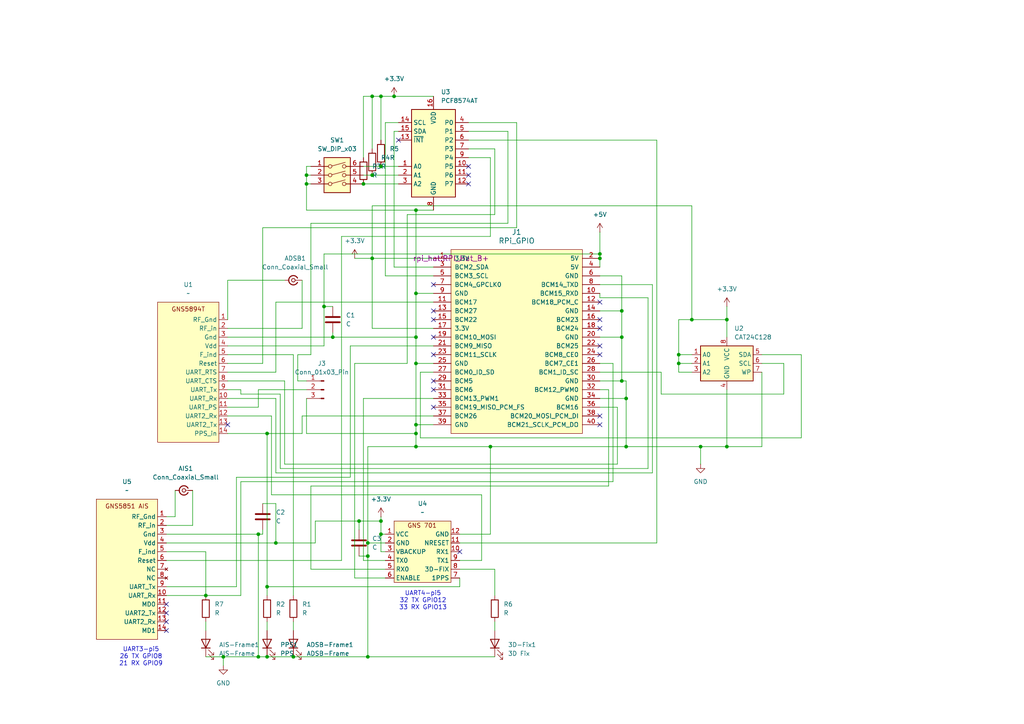
<source format=kicad_sch>
(kicad_sch
	(version 20250114)
	(generator "eeschema")
	(generator_version "9.0")
	(uuid "8bca86da-1451-41c1-84f2-9cf1ac7b280d")
	(paper "A4")
	(lib_symbols
		(symbol "Connector:Conn_01x03_Pin"
			(pin_names
				(offset 1.016)
				(hide yes)
			)
			(exclude_from_sim no)
			(in_bom yes)
			(on_board yes)
			(property "Reference" "J"
				(at 0 5.08 0)
				(effects
					(font
						(size 1.27 1.27)
					)
				)
			)
			(property "Value" "Conn_01x03_Pin"
				(at 0 -5.08 0)
				(effects
					(font
						(size 1.27 1.27)
					)
				)
			)
			(property "Footprint" ""
				(at 0 0 0)
				(effects
					(font
						(size 1.27 1.27)
					)
					(hide yes)
				)
			)
			(property "Datasheet" "~"
				(at 0 0 0)
				(effects
					(font
						(size 1.27 1.27)
					)
					(hide yes)
				)
			)
			(property "Description" "Generic connector, single row, 01x03, script generated"
				(at 0 0 0)
				(effects
					(font
						(size 1.27 1.27)
					)
					(hide yes)
				)
			)
			(property "ki_locked" ""
				(at 0 0 0)
				(effects
					(font
						(size 1.27 1.27)
					)
				)
			)
			(property "ki_keywords" "connector"
				(at 0 0 0)
				(effects
					(font
						(size 1.27 1.27)
					)
					(hide yes)
				)
			)
			(property "ki_fp_filters" "Connector*:*_1x??_*"
				(at 0 0 0)
				(effects
					(font
						(size 1.27 1.27)
					)
					(hide yes)
				)
			)
			(symbol "Conn_01x03_Pin_1_1"
				(rectangle
					(start 0.8636 2.667)
					(end 0 2.413)
					(stroke
						(width 0.1524)
						(type default)
					)
					(fill
						(type outline)
					)
				)
				(rectangle
					(start 0.8636 0.127)
					(end 0 -0.127)
					(stroke
						(width 0.1524)
						(type default)
					)
					(fill
						(type outline)
					)
				)
				(rectangle
					(start 0.8636 -2.413)
					(end 0 -2.667)
					(stroke
						(width 0.1524)
						(type default)
					)
					(fill
						(type outline)
					)
				)
				(polyline
					(pts
						(xy 1.27 2.54) (xy 0.8636 2.54)
					)
					(stroke
						(width 0.1524)
						(type default)
					)
					(fill
						(type none)
					)
				)
				(polyline
					(pts
						(xy 1.27 0) (xy 0.8636 0)
					)
					(stroke
						(width 0.1524)
						(type default)
					)
					(fill
						(type none)
					)
				)
				(polyline
					(pts
						(xy 1.27 -2.54) (xy 0.8636 -2.54)
					)
					(stroke
						(width 0.1524)
						(type default)
					)
					(fill
						(type none)
					)
				)
				(pin passive line
					(at 5.08 2.54 180)
					(length 3.81)
					(name "Pin_1"
						(effects
							(font
								(size 1.27 1.27)
							)
						)
					)
					(number "1"
						(effects
							(font
								(size 1.27 1.27)
							)
						)
					)
				)
				(pin passive line
					(at 5.08 0 180)
					(length 3.81)
					(name "Pin_2"
						(effects
							(font
								(size 1.27 1.27)
							)
						)
					)
					(number "2"
						(effects
							(font
								(size 1.27 1.27)
							)
						)
					)
				)
				(pin passive line
					(at 5.08 -2.54 180)
					(length 3.81)
					(name "Pin_3"
						(effects
							(font
								(size 1.27 1.27)
							)
						)
					)
					(number "3"
						(effects
							(font
								(size 1.27 1.27)
							)
						)
					)
				)
			)
			(embedded_fonts no)
		)
		(symbol "Connector:Conn_Coaxial_Small"
			(pin_numbers
				(hide yes)
			)
			(pin_names
				(offset 1.016)
				(hide yes)
			)
			(exclude_from_sim no)
			(in_bom yes)
			(on_board yes)
			(property "Reference" "J"
				(at 0.254 3.048 0)
				(effects
					(font
						(size 1.27 1.27)
					)
				)
			)
			(property "Value" "Conn_Coaxial_Small"
				(at 0 -3.81 0)
				(effects
					(font
						(size 1.27 1.27)
					)
				)
			)
			(property "Footprint" ""
				(at 0 0 0)
				(effects
					(font
						(size 1.27 1.27)
					)
					(hide yes)
				)
			)
			(property "Datasheet" "~"
				(at 0 0 0)
				(effects
					(font
						(size 1.27 1.27)
					)
					(hide yes)
				)
			)
			(property "Description" "small coaxial connector (BNC, SMA, SMB, SMC, Cinch/RCA, LEMO, ...)"
				(at 0 0 0)
				(effects
					(font
						(size 1.27 1.27)
					)
					(hide yes)
				)
			)
			(property "ki_keywords" "BNC SMA SMB SMC LEMO coaxial connector CINCH RCA MCX MMCX U.FL UMRF"
				(at 0 0 0)
				(effects
					(font
						(size 1.27 1.27)
					)
					(hide yes)
				)
			)
			(property "ki_fp_filters" "*BNC* *SMA* *SMB* *SMC* *Cinch* *LEMO* *UMRF* *MCX* *U.FL*"
				(at 0 0 0)
				(effects
					(font
						(size 1.27 1.27)
					)
					(hide yes)
				)
			)
			(symbol "Conn_Coaxial_Small_0_1"
				(polyline
					(pts
						(xy -2.54 0) (xy -0.508 0)
					)
					(stroke
						(width 0)
						(type default)
					)
					(fill
						(type none)
					)
				)
				(circle
					(center 0 0)
					(radius 0.508)
					(stroke
						(width 0.2032)
						(type default)
					)
					(fill
						(type none)
					)
				)
			)
			(symbol "Conn_Coaxial_Small_1_1"
				(arc
					(start 1.3484 0.0039)
					(mid 0.327 -1.308)
					(end -1.1916 -0.6311)
					(stroke
						(width 0.3048)
						(type default)
					)
					(fill
						(type none)
					)
				)
				(arc
					(start -1.1916 0.6311)
					(mid 0.327 1.3081)
					(end 1.3484 -0.0039)
					(stroke
						(width 0.3048)
						(type default)
					)
					(fill
						(type none)
					)
				)
				(pin passive line
					(at -2.54 0 0)
					(length 1.27)
					(name "In"
						(effects
							(font
								(size 1.27 1.27)
							)
						)
					)
					(number "1"
						(effects
							(font
								(size 1.27 1.27)
							)
						)
					)
				)
				(pin passive line
					(at 2.54 0 180)
					(length 1.27)
					(name "Ext"
						(effects
							(font
								(size 1.27 1.27)
							)
						)
					)
					(number "2"
						(effects
							(font
								(size 1.27 1.27)
							)
						)
					)
				)
			)
			(embedded_fonts no)
		)
		(symbol "Device:C"
			(pin_numbers
				(hide yes)
			)
			(pin_names
				(offset 0.254)
			)
			(exclude_from_sim no)
			(in_bom yes)
			(on_board yes)
			(property "Reference" "C"
				(at 0.635 2.54 0)
				(effects
					(font
						(size 1.27 1.27)
					)
					(justify left)
				)
			)
			(property "Value" "C"
				(at 0.635 -2.54 0)
				(effects
					(font
						(size 1.27 1.27)
					)
					(justify left)
				)
			)
			(property "Footprint" ""
				(at 0.9652 -3.81 0)
				(effects
					(font
						(size 1.27 1.27)
					)
					(hide yes)
				)
			)
			(property "Datasheet" "~"
				(at 0 0 0)
				(effects
					(font
						(size 1.27 1.27)
					)
					(hide yes)
				)
			)
			(property "Description" "Unpolarized capacitor"
				(at 0 0 0)
				(effects
					(font
						(size 1.27 1.27)
					)
					(hide yes)
				)
			)
			(property "ki_keywords" "cap capacitor"
				(at 0 0 0)
				(effects
					(font
						(size 1.27 1.27)
					)
					(hide yes)
				)
			)
			(property "ki_fp_filters" "C_*"
				(at 0 0 0)
				(effects
					(font
						(size 1.27 1.27)
					)
					(hide yes)
				)
			)
			(symbol "C_0_1"
				(polyline
					(pts
						(xy -2.032 0.762) (xy 2.032 0.762)
					)
					(stroke
						(width 0.508)
						(type default)
					)
					(fill
						(type none)
					)
				)
				(polyline
					(pts
						(xy -2.032 -0.762) (xy 2.032 -0.762)
					)
					(stroke
						(width 0.508)
						(type default)
					)
					(fill
						(type none)
					)
				)
			)
			(symbol "C_1_1"
				(pin passive line
					(at 0 3.81 270)
					(length 2.794)
					(name "~"
						(effects
							(font
								(size 1.27 1.27)
							)
						)
					)
					(number "1"
						(effects
							(font
								(size 1.27 1.27)
							)
						)
					)
				)
				(pin passive line
					(at 0 -3.81 90)
					(length 2.794)
					(name "~"
						(effects
							(font
								(size 1.27 1.27)
							)
						)
					)
					(number "2"
						(effects
							(font
								(size 1.27 1.27)
							)
						)
					)
				)
			)
			(embedded_fonts no)
		)
		(symbol "Device:LED"
			(pin_numbers
				(hide yes)
			)
			(pin_names
				(offset 1.016)
				(hide yes)
			)
			(exclude_from_sim no)
			(in_bom yes)
			(on_board yes)
			(property "Reference" "D"
				(at 0 2.54 0)
				(effects
					(font
						(size 1.27 1.27)
					)
				)
			)
			(property "Value" "LED"
				(at 0 -2.54 0)
				(effects
					(font
						(size 1.27 1.27)
					)
				)
			)
			(property "Footprint" ""
				(at 0 0 0)
				(effects
					(font
						(size 1.27 1.27)
					)
					(hide yes)
				)
			)
			(property "Datasheet" "~"
				(at 0 0 0)
				(effects
					(font
						(size 1.27 1.27)
					)
					(hide yes)
				)
			)
			(property "Description" "Light emitting diode"
				(at 0 0 0)
				(effects
					(font
						(size 1.27 1.27)
					)
					(hide yes)
				)
			)
			(property "Sim.Pins" "1=K 2=A"
				(at 0 0 0)
				(effects
					(font
						(size 1.27 1.27)
					)
					(hide yes)
				)
			)
			(property "ki_keywords" "LED diode"
				(at 0 0 0)
				(effects
					(font
						(size 1.27 1.27)
					)
					(hide yes)
				)
			)
			(property "ki_fp_filters" "LED* LED_SMD:* LED_THT:*"
				(at 0 0 0)
				(effects
					(font
						(size 1.27 1.27)
					)
					(hide yes)
				)
			)
			(symbol "LED_0_1"
				(polyline
					(pts
						(xy -3.048 -0.762) (xy -4.572 -2.286) (xy -3.81 -2.286) (xy -4.572 -2.286) (xy -4.572 -1.524)
					)
					(stroke
						(width 0)
						(type default)
					)
					(fill
						(type none)
					)
				)
				(polyline
					(pts
						(xy -1.778 -0.762) (xy -3.302 -2.286) (xy -2.54 -2.286) (xy -3.302 -2.286) (xy -3.302 -1.524)
					)
					(stroke
						(width 0)
						(type default)
					)
					(fill
						(type none)
					)
				)
				(polyline
					(pts
						(xy -1.27 0) (xy 1.27 0)
					)
					(stroke
						(width 0)
						(type default)
					)
					(fill
						(type none)
					)
				)
				(polyline
					(pts
						(xy -1.27 -1.27) (xy -1.27 1.27)
					)
					(stroke
						(width 0.254)
						(type default)
					)
					(fill
						(type none)
					)
				)
				(polyline
					(pts
						(xy 1.27 -1.27) (xy 1.27 1.27) (xy -1.27 0) (xy 1.27 -1.27)
					)
					(stroke
						(width 0.254)
						(type default)
					)
					(fill
						(type none)
					)
				)
			)
			(symbol "LED_1_1"
				(pin passive line
					(at -3.81 0 0)
					(length 2.54)
					(name "K"
						(effects
							(font
								(size 1.27 1.27)
							)
						)
					)
					(number "1"
						(effects
							(font
								(size 1.27 1.27)
							)
						)
					)
				)
				(pin passive line
					(at 3.81 0 180)
					(length 2.54)
					(name "A"
						(effects
							(font
								(size 1.27 1.27)
							)
						)
					)
					(number "2"
						(effects
							(font
								(size 1.27 1.27)
							)
						)
					)
				)
			)
			(embedded_fonts no)
		)
		(symbol "Device:R"
			(pin_numbers
				(hide yes)
			)
			(pin_names
				(offset 0)
			)
			(exclude_from_sim no)
			(in_bom yes)
			(on_board yes)
			(property "Reference" "R"
				(at 2.032 0 90)
				(effects
					(font
						(size 1.27 1.27)
					)
				)
			)
			(property "Value" "R"
				(at 0 0 90)
				(effects
					(font
						(size 1.27 1.27)
					)
				)
			)
			(property "Footprint" ""
				(at -1.778 0 90)
				(effects
					(font
						(size 1.27 1.27)
					)
					(hide yes)
				)
			)
			(property "Datasheet" "~"
				(at 0 0 0)
				(effects
					(font
						(size 1.27 1.27)
					)
					(hide yes)
				)
			)
			(property "Description" "Resistor"
				(at 0 0 0)
				(effects
					(font
						(size 1.27 1.27)
					)
					(hide yes)
				)
			)
			(property "ki_keywords" "R res resistor"
				(at 0 0 0)
				(effects
					(font
						(size 1.27 1.27)
					)
					(hide yes)
				)
			)
			(property "ki_fp_filters" "R_*"
				(at 0 0 0)
				(effects
					(font
						(size 1.27 1.27)
					)
					(hide yes)
				)
			)
			(symbol "R_0_1"
				(rectangle
					(start -1.016 -2.54)
					(end 1.016 2.54)
					(stroke
						(width 0.254)
						(type default)
					)
					(fill
						(type none)
					)
				)
			)
			(symbol "R_1_1"
				(pin passive line
					(at 0 3.81 270)
					(length 1.27)
					(name "~"
						(effects
							(font
								(size 1.27 1.27)
							)
						)
					)
					(number "1"
						(effects
							(font
								(size 1.27 1.27)
							)
						)
					)
				)
				(pin passive line
					(at 0 -3.81 90)
					(length 1.27)
					(name "~"
						(effects
							(font
								(size 1.27 1.27)
							)
						)
					)
					(number "2"
						(effects
							(font
								(size 1.27 1.27)
							)
						)
					)
				)
			)
			(embedded_fonts no)
		)
		(symbol "GNS:GNS5851"
			(exclude_from_sim no)
			(in_bom yes)
			(on_board yes)
			(property "Reference" "U"
				(at 0.762 16.764 0)
				(effects
					(font
						(size 1.27 1.27)
					)
				)
			)
			(property "Value" ""
				(at 0 0 0)
				(effects
					(font
						(size 1.27 1.27)
					)
				)
			)
			(property "Footprint" ""
				(at 0 0 0)
				(effects
					(font
						(size 1.27 1.27)
					)
					(hide yes)
				)
			)
			(property "Datasheet" ""
				(at 0 0 0)
				(effects
					(font
						(size 1.27 1.27)
					)
					(hide yes)
				)
			)
			(property "Description" ""
				(at 0 0 0)
				(effects
					(font
						(size 1.27 1.27)
					)
					(hide yes)
				)
			)
			(symbol "GNS5851_1_1"
				(rectangle
					(start -8.89 12.7)
					(end 8.89 -27.94)
					(stroke
						(width 0)
						(type solid)
					)
					(fill
						(type background)
					)
				)
				(text "GNS5851 AIS"
					(at 0 10.668 0)
					(effects
						(font
							(size 1.27 1.27)
						)
					)
				)
				(pin input line
					(at 11.43 7.62 180)
					(length 2.54)
					(name "RF_Gnd"
						(effects
							(font
								(size 1.27 1.27)
							)
						)
					)
					(number "1"
						(effects
							(font
								(size 1.27 1.27)
							)
						)
					)
				)
				(pin input line
					(at 11.43 5.08 180)
					(length 2.54)
					(name "RF_in"
						(effects
							(font
								(size 1.27 1.27)
							)
						)
					)
					(number "2"
						(effects
							(font
								(size 1.27 1.27)
							)
						)
					)
				)
				(pin power_in line
					(at 11.43 2.54 180)
					(length 2.54)
					(name "Gnd"
						(effects
							(font
								(size 1.27 1.27)
							)
						)
					)
					(number "3"
						(effects
							(font
								(size 1.27 1.27)
							)
						)
					)
				)
				(pin power_in line
					(at 11.43 0 180)
					(length 2.54)
					(name "Vdd"
						(effects
							(font
								(size 1.27 1.27)
							)
						)
					)
					(number "4"
						(effects
							(font
								(size 1.27 1.27)
							)
						)
					)
				)
				(pin output line
					(at 11.43 -2.54 180)
					(length 2.54)
					(name "F_ind"
						(effects
							(font
								(size 1.27 1.27)
							)
						)
					)
					(number "5"
						(effects
							(font
								(size 1.27 1.27)
							)
						)
					)
				)
				(pin input line
					(at 11.43 -5.08 180)
					(length 2.54)
					(name "Reset"
						(effects
							(font
								(size 1.27 1.27)
							)
						)
					)
					(number "6"
						(effects
							(font
								(size 1.27 1.27)
							)
						)
					)
				)
				(pin no_connect line
					(at 11.43 -7.62 180)
					(length 2.54)
					(name "NC"
						(effects
							(font
								(size 1.27 1.27)
							)
						)
					)
					(number "7"
						(effects
							(font
								(size 1.27 1.27)
							)
						)
					)
				)
				(pin no_connect line
					(at 11.43 -10.16 180)
					(length 2.54)
					(name "NC"
						(effects
							(font
								(size 1.27 1.27)
							)
						)
					)
					(number "8"
						(effects
							(font
								(size 1.27 1.27)
							)
						)
					)
				)
				(pin output line
					(at 11.43 -12.7 180)
					(length 2.54)
					(name "UART_Tx"
						(effects
							(font
								(size 1.27 1.27)
							)
						)
					)
					(number "9"
						(effects
							(font
								(size 1.27 1.27)
							)
						)
					)
				)
				(pin input line
					(at 11.43 -15.24 180)
					(length 2.54)
					(name "UART_Rx"
						(effects
							(font
								(size 1.27 1.27)
							)
						)
					)
					(number "10"
						(effects
							(font
								(size 1.27 1.27)
							)
						)
					)
				)
				(pin input line
					(at 11.43 -17.78 180)
					(length 2.54)
					(name "MD0"
						(effects
							(font
								(size 1.27 1.27)
							)
						)
					)
					(number "11"
						(effects
							(font
								(size 1.27 1.27)
							)
						)
					)
				)
				(pin output line
					(at 11.43 -20.32 180)
					(length 2.54)
					(name "UART2_Tx"
						(effects
							(font
								(size 1.27 1.27)
							)
						)
					)
					(number "12"
						(effects
							(font
								(size 1.27 1.27)
							)
						)
					)
				)
				(pin input line
					(at 11.43 -22.86 180)
					(length 2.54)
					(name "UART2_Rx"
						(effects
							(font
								(size 1.27 1.27)
							)
						)
					)
					(number "13"
						(effects
							(font
								(size 1.27 1.27)
							)
						)
					)
				)
				(pin input line
					(at 11.43 -25.4 180)
					(length 2.54)
					(name "MD1"
						(effects
							(font
								(size 1.27 1.27)
							)
						)
					)
					(number "14"
						(effects
							(font
								(size 1.27 1.27)
							)
						)
					)
				)
			)
			(embedded_fonts no)
		)
		(symbol "GNS:GNS5894T"
			(exclude_from_sim no)
			(in_bom yes)
			(on_board yes)
			(property "Reference" "U"
				(at 0.762 16.764 0)
				(effects
					(font
						(size 1.27 1.27)
					)
				)
			)
			(property "Value" ""
				(at 0 0 0)
				(effects
					(font
						(size 1.27 1.27)
					)
				)
			)
			(property "Footprint" ""
				(at 0 0 0)
				(effects
					(font
						(size 1.27 1.27)
					)
					(hide yes)
				)
			)
			(property "Datasheet" ""
				(at 0 0 0)
				(effects
					(font
						(size 1.27 1.27)
					)
					(hide yes)
				)
			)
			(property "Description" ""
				(at 0 0 0)
				(effects
					(font
						(size 1.27 1.27)
					)
					(hide yes)
				)
			)
			(symbol "GNS5894T_1_1"
				(rectangle
					(start -8.89 12.7)
					(end 8.89 -27.94)
					(stroke
						(width 0)
						(type solid)
					)
					(fill
						(type background)
					)
				)
				(text "GNS5894T"
					(at 0 10.668 0)
					(effects
						(font
							(size 1.27 1.27)
						)
					)
				)
				(pin input line
					(at 11.43 7.62 180)
					(length 2.54)
					(name "RF_Gnd"
						(effects
							(font
								(size 1.27 1.27)
							)
						)
					)
					(number "1"
						(effects
							(font
								(size 1.27 1.27)
							)
						)
					)
				)
				(pin input line
					(at 11.43 5.08 180)
					(length 2.54)
					(name "RF_in"
						(effects
							(font
								(size 1.27 1.27)
							)
						)
					)
					(number "2"
						(effects
							(font
								(size 1.27 1.27)
							)
						)
					)
				)
				(pin power_in line
					(at 11.43 2.54 180)
					(length 2.54)
					(name "Gnd"
						(effects
							(font
								(size 1.27 1.27)
							)
						)
					)
					(number "3"
						(effects
							(font
								(size 1.27 1.27)
							)
						)
					)
				)
				(pin power_in line
					(at 11.43 0 180)
					(length 2.54)
					(name "Vdd"
						(effects
							(font
								(size 1.27 1.27)
							)
						)
					)
					(number "4"
						(effects
							(font
								(size 1.27 1.27)
							)
						)
					)
				)
				(pin output line
					(at 11.43 -2.54 180)
					(length 2.54)
					(name "F_ind"
						(effects
							(font
								(size 1.27 1.27)
							)
						)
					)
					(number "5"
						(effects
							(font
								(size 1.27 1.27)
							)
						)
					)
				)
				(pin input line
					(at 11.43 -5.08 180)
					(length 2.54)
					(name "Reset"
						(effects
							(font
								(size 1.27 1.27)
							)
						)
					)
					(number "6"
						(effects
							(font
								(size 1.27 1.27)
							)
						)
					)
				)
				(pin output line
					(at 11.43 -7.62 180)
					(length 2.54)
					(name "UART_RTS"
						(effects
							(font
								(size 1.27 1.27)
							)
						)
					)
					(number "7"
						(effects
							(font
								(size 1.27 1.27)
							)
						)
					)
				)
				(pin input line
					(at 11.43 -10.16 180)
					(length 2.54)
					(name "UART_CTS"
						(effects
							(font
								(size 1.27 1.27)
							)
						)
					)
					(number "8"
						(effects
							(font
								(size 1.27 1.27)
							)
						)
					)
				)
				(pin output line
					(at 11.43 -12.7 180)
					(length 2.54)
					(name "UART_Tx"
						(effects
							(font
								(size 1.27 1.27)
							)
						)
					)
					(number "9"
						(effects
							(font
								(size 1.27 1.27)
							)
						)
					)
				)
				(pin input line
					(at 11.43 -15.24 180)
					(length 2.54)
					(name "UART_Rx"
						(effects
							(font
								(size 1.27 1.27)
							)
						)
					)
					(number "10"
						(effects
							(font
								(size 1.27 1.27)
							)
						)
					)
				)
				(pin input line
					(at 11.43 -17.78 180)
					(length 2.54)
					(name "UART_PS"
						(effects
							(font
								(size 1.27 1.27)
							)
						)
					)
					(number "11"
						(effects
							(font
								(size 1.27 1.27)
							)
						)
					)
				)
				(pin input line
					(at 11.43 -20.32 180)
					(length 2.54)
					(name "UART2_Rx"
						(effects
							(font
								(size 1.27 1.27)
							)
						)
					)
					(number "12"
						(effects
							(font
								(size 1.27 1.27)
							)
						)
					)
				)
				(pin output line
					(at 11.43 -22.86 180)
					(length 2.54)
					(name "UART2_Tx"
						(effects
							(font
								(size 1.27 1.27)
							)
						)
					)
					(number "13"
						(effects
							(font
								(size 1.27 1.27)
							)
						)
					)
				)
				(pin input line
					(at 11.43 -25.4 180)
					(length 2.54)
					(name "PPS_in"
						(effects
							(font
								(size 1.27 1.27)
							)
						)
					)
					(number "14"
						(effects
							(font
								(size 1.27 1.27)
							)
						)
					)
				)
			)
			(embedded_fonts no)
		)
		(symbol "GNS:GNS701"
			(exclude_from_sim no)
			(in_bom yes)
			(on_board yes)
			(property "Reference" "U"
				(at 0 6.604 0)
				(effects
					(font
						(size 1.27 1.27)
					)
				)
			)
			(property "Value" ""
				(at 0 0 0)
				(effects
					(font
						(size 1.27 1.27)
					)
				)
			)
			(property "Footprint" ""
				(at 0 0 0)
				(effects
					(font
						(size 1.27 1.27)
					)
					(hide yes)
				)
			)
			(property "Datasheet" ""
				(at 0 0 0)
				(effects
					(font
						(size 1.27 1.27)
					)
					(hide yes)
				)
			)
			(property "Description" ""
				(at 0 0 0)
				(effects
					(font
						(size 1.27 1.27)
					)
					(hide yes)
				)
			)
			(symbol "GNS701_1_1"
				(rectangle
					(start -7.62 5.08)
					(end 8.89 -12.7)
					(stroke
						(width 0)
						(type solid)
					)
					(fill
						(type background)
					)
				)
				(text "GNS 701"
					(at 0.508 3.81 0)
					(effects
						(font
							(size 1.27 1.27)
						)
					)
				)
				(pin power_in line
					(at -10.16 1.27 0)
					(length 2.54)
					(name "VCC"
						(effects
							(font
								(size 1.27 1.27)
							)
						)
					)
					(number "1"
						(effects
							(font
								(size 1.27 1.27)
							)
						)
					)
				)
				(pin power_in line
					(at -10.16 -1.27 0)
					(length 2.54)
					(name "GND"
						(effects
							(font
								(size 1.27 1.27)
							)
						)
					)
					(number "2"
						(effects
							(font
								(size 1.27 1.27)
							)
						)
					)
				)
				(pin power_in line
					(at -10.16 -3.81 0)
					(length 2.54)
					(name "VBACKUP"
						(effects
							(font
								(size 1.27 1.27)
							)
						)
					)
					(number "3"
						(effects
							(font
								(size 1.27 1.27)
							)
						)
					)
				)
				(pin output line
					(at -10.16 -6.35 0)
					(length 2.54)
					(name "TX0"
						(effects
							(font
								(size 1.27 1.27)
							)
						)
					)
					(number "4"
						(effects
							(font
								(size 1.27 1.27)
							)
						)
					)
				)
				(pin input line
					(at -10.16 -8.89 0)
					(length 2.54)
					(name "RX0"
						(effects
							(font
								(size 1.27 1.27)
							)
						)
					)
					(number "5"
						(effects
							(font
								(size 1.27 1.27)
							)
						)
					)
				)
				(pin input line
					(at -10.16 -11.43 0)
					(length 2.54)
					(name "ENABLE"
						(effects
							(font
								(size 1.27 1.27)
							)
						)
					)
					(number "6"
						(effects
							(font
								(size 1.27 1.27)
							)
						)
					)
				)
				(pin power_in line
					(at 11.43 1.27 180)
					(length 2.54)
					(name "GND"
						(effects
							(font
								(size 1.27 1.27)
							)
						)
					)
					(number "12"
						(effects
							(font
								(size 1.27 1.27)
							)
						)
					)
				)
				(pin input line
					(at 11.43 -1.27 180)
					(length 2.54)
					(name "NRESET"
						(effects
							(font
								(size 1.27 1.27)
							)
						)
					)
					(number "11"
						(effects
							(font
								(size 1.27 1.27)
							)
						)
					)
				)
				(pin input line
					(at 11.43 -3.81 180)
					(length 2.54)
					(name "RX1"
						(effects
							(font
								(size 1.27 1.27)
							)
						)
					)
					(number "10"
						(effects
							(font
								(size 1.27 1.27)
							)
						)
					)
				)
				(pin output line
					(at 11.43 -6.35 180)
					(length 2.54)
					(name "TX1"
						(effects
							(font
								(size 1.27 1.27)
							)
						)
					)
					(number "9"
						(effects
							(font
								(size 1.27 1.27)
							)
						)
					)
				)
				(pin output line
					(at 11.43 -8.89 180)
					(length 2.54)
					(name "3D-FIX"
						(effects
							(font
								(size 1.27 1.27)
							)
						)
					)
					(number "8"
						(effects
							(font
								(size 1.27 1.27)
							)
						)
					)
				)
				(pin output line
					(at 11.43 -11.43 180)
					(length 2.54)
					(name "1PPS"
						(effects
							(font
								(size 1.27 1.27)
							)
						)
					)
					(number "7"
						(effects
							(font
								(size 1.27 1.27)
							)
						)
					)
				)
			)
			(embedded_fonts no)
		)
		(symbol "Interface_Expansion:PCF8574AT"
			(exclude_from_sim no)
			(in_bom yes)
			(on_board yes)
			(property "Reference" "U"
				(at -6.35 12.954 0)
				(effects
					(font
						(size 1.27 1.27)
					)
					(justify left)
				)
			)
			(property "Value" "PCF8574AT"
				(at 3.048 12.954 0)
				(effects
					(font
						(size 1.27 1.27)
					)
					(justify left)
				)
			)
			(property "Footprint" "Package_SO:SOIC-16W_7.5x10.3mm_P1.27mm"
				(at 0 0 0)
				(effects
					(font
						(size 1.27 1.27)
					)
					(hide yes)
				)
			)
			(property "Datasheet" "http://www.nxp.com/docs/en/data-sheet/PCF8574_PCF8574A.pdf"
				(at 0 0 0)
				(effects
					(font
						(size 1.27 1.27)
					)
					(hide yes)
				)
			)
			(property "Description" "8 Bit Port/Expander to I2C Bus, fixed address bits 0b0111, SOIC-16"
				(at 0 0 0)
				(effects
					(font
						(size 1.27 1.27)
					)
					(hide yes)
				)
			)
			(property "ki_keywords" "I2C Expander"
				(at 0 0 0)
				(effects
					(font
						(size 1.27 1.27)
					)
					(hide yes)
				)
			)
			(property "ki_fp_filters" "SOIC*7.5x10.3mm*P1.27mm*"
				(at 0 0 0)
				(effects
					(font
						(size 1.27 1.27)
					)
					(hide yes)
				)
			)
			(symbol "PCF8574AT_0_1"
				(rectangle
					(start -6.35 -13.97)
					(end 6.35 11.43)
					(stroke
						(width 0.254)
						(type default)
					)
					(fill
						(type background)
					)
				)
			)
			(symbol "PCF8574AT_1_1"
				(pin input line
					(at -10.16 7.62 0)
					(length 3.81)
					(name "SCL"
						(effects
							(font
								(size 1.27 1.27)
							)
						)
					)
					(number "14"
						(effects
							(font
								(size 1.27 1.27)
							)
						)
					)
				)
				(pin bidirectional line
					(at -10.16 5.08 0)
					(length 3.81)
					(name "SDA"
						(effects
							(font
								(size 1.27 1.27)
							)
						)
					)
					(number "15"
						(effects
							(font
								(size 1.27 1.27)
							)
						)
					)
				)
				(pin open_collector line
					(at -10.16 2.54 0)
					(length 3.81)
					(name "~{INT}"
						(effects
							(font
								(size 1.27 1.27)
							)
						)
					)
					(number "13"
						(effects
							(font
								(size 1.27 1.27)
							)
						)
					)
				)
				(pin input line
					(at -10.16 -5.08 0)
					(length 3.81)
					(name "A0"
						(effects
							(font
								(size 1.27 1.27)
							)
						)
					)
					(number "1"
						(effects
							(font
								(size 1.27 1.27)
							)
						)
					)
				)
				(pin input line
					(at -10.16 -7.62 0)
					(length 3.81)
					(name "A1"
						(effects
							(font
								(size 1.27 1.27)
							)
						)
					)
					(number "2"
						(effects
							(font
								(size 1.27 1.27)
							)
						)
					)
				)
				(pin input line
					(at -10.16 -10.16 0)
					(length 3.81)
					(name "A2"
						(effects
							(font
								(size 1.27 1.27)
							)
						)
					)
					(number "3"
						(effects
							(font
								(size 1.27 1.27)
							)
						)
					)
				)
				(pin power_in line
					(at 0 15.24 270)
					(length 3.81)
					(name "VDD"
						(effects
							(font
								(size 1.27 1.27)
							)
						)
					)
					(number "16"
						(effects
							(font
								(size 1.27 1.27)
							)
						)
					)
				)
				(pin power_in line
					(at 0 -17.78 90)
					(length 3.81)
					(name "GND"
						(effects
							(font
								(size 1.27 1.27)
							)
						)
					)
					(number "8"
						(effects
							(font
								(size 1.27 1.27)
							)
						)
					)
				)
				(pin bidirectional line
					(at 10.16 7.62 180)
					(length 3.81)
					(name "P0"
						(effects
							(font
								(size 1.27 1.27)
							)
						)
					)
					(number "4"
						(effects
							(font
								(size 1.27 1.27)
							)
						)
					)
				)
				(pin bidirectional line
					(at 10.16 5.08 180)
					(length 3.81)
					(name "P1"
						(effects
							(font
								(size 1.27 1.27)
							)
						)
					)
					(number "5"
						(effects
							(font
								(size 1.27 1.27)
							)
						)
					)
				)
				(pin bidirectional line
					(at 10.16 2.54 180)
					(length 3.81)
					(name "P2"
						(effects
							(font
								(size 1.27 1.27)
							)
						)
					)
					(number "6"
						(effects
							(font
								(size 1.27 1.27)
							)
						)
					)
				)
				(pin bidirectional line
					(at 10.16 0 180)
					(length 3.81)
					(name "P3"
						(effects
							(font
								(size 1.27 1.27)
							)
						)
					)
					(number "7"
						(effects
							(font
								(size 1.27 1.27)
							)
						)
					)
				)
				(pin bidirectional line
					(at 10.16 -2.54 180)
					(length 3.81)
					(name "P4"
						(effects
							(font
								(size 1.27 1.27)
							)
						)
					)
					(number "9"
						(effects
							(font
								(size 1.27 1.27)
							)
						)
					)
				)
				(pin bidirectional line
					(at 10.16 -5.08 180)
					(length 3.81)
					(name "P5"
						(effects
							(font
								(size 1.27 1.27)
							)
						)
					)
					(number "10"
						(effects
							(font
								(size 1.27 1.27)
							)
						)
					)
				)
				(pin bidirectional line
					(at 10.16 -7.62 180)
					(length 3.81)
					(name "P6"
						(effects
							(font
								(size 1.27 1.27)
							)
						)
					)
					(number "11"
						(effects
							(font
								(size 1.27 1.27)
							)
						)
					)
				)
				(pin bidirectional line
					(at 10.16 -10.16 180)
					(length 3.81)
					(name "P7"
						(effects
							(font
								(size 1.27 1.27)
							)
						)
					)
					(number "12"
						(effects
							(font
								(size 1.27 1.27)
							)
						)
					)
				)
			)
			(embedded_fonts no)
		)
		(symbol "Memory_EEPROM:CAT24C128"
			(exclude_from_sim no)
			(in_bom yes)
			(on_board yes)
			(property "Reference" "U"
				(at -6.35 6.35 0)
				(effects
					(font
						(size 1.27 1.27)
					)
				)
			)
			(property "Value" "CAT24C128"
				(at 1.27 6.35 0)
				(effects
					(font
						(size 1.27 1.27)
					)
					(justify left)
				)
			)
			(property "Footprint" ""
				(at 0 0 0)
				(effects
					(font
						(size 1.27 1.27)
					)
					(hide yes)
				)
			)
			(property "Datasheet" "https://www.onsemi.com/pub/Collateral/CAT24C128-D.PDF"
				(at 0 0 0)
				(effects
					(font
						(size 1.27 1.27)
					)
					(hide yes)
				)
			)
			(property "Description" "128 kb CMOS Serial EEPROM, SOIC-8/TSSOP-8/DFN-8"
				(at 0 0 0)
				(effects
					(font
						(size 1.27 1.27)
					)
					(hide yes)
				)
			)
			(property "ki_keywords" "I2C EEPROM Serial 128kb"
				(at 0 0 0)
				(effects
					(font
						(size 1.27 1.27)
					)
					(hide yes)
				)
			)
			(property "ki_fp_filters" "DIP*W7.62mm* SOIC*3.9x4.9mm* TSSOP*4.4x3mm*P0.65mm* DFN*3x2mm*P0.5mm*"
				(at 0 0 0)
				(effects
					(font
						(size 1.27 1.27)
					)
					(hide yes)
				)
			)
			(symbol "CAT24C128_1_1"
				(rectangle
					(start -7.62 5.08)
					(end 7.62 -5.08)
					(stroke
						(width 0.254)
						(type default)
					)
					(fill
						(type background)
					)
				)
				(pin input line
					(at -10.16 2.54 0)
					(length 2.54)
					(name "A0"
						(effects
							(font
								(size 1.27 1.27)
							)
						)
					)
					(number "1"
						(effects
							(font
								(size 1.27 1.27)
							)
						)
					)
				)
				(pin input line
					(at -10.16 0 0)
					(length 2.54)
					(name "A1"
						(effects
							(font
								(size 1.27 1.27)
							)
						)
					)
					(number "2"
						(effects
							(font
								(size 1.27 1.27)
							)
						)
					)
				)
				(pin input line
					(at -10.16 -2.54 0)
					(length 2.54)
					(name "A2"
						(effects
							(font
								(size 1.27 1.27)
							)
						)
					)
					(number "3"
						(effects
							(font
								(size 1.27 1.27)
							)
						)
					)
				)
				(pin power_in line
					(at 0 7.62 270)
					(length 2.54)
					(name "VCC"
						(effects
							(font
								(size 1.27 1.27)
							)
						)
					)
					(number "8"
						(effects
							(font
								(size 1.27 1.27)
							)
						)
					)
				)
				(pin power_in line
					(at 0 -7.62 90)
					(length 2.54)
					(name "GND"
						(effects
							(font
								(size 1.27 1.27)
							)
						)
					)
					(number "4"
						(effects
							(font
								(size 1.27 1.27)
							)
						)
					)
				)
				(pin bidirectional line
					(at 10.16 2.54 180)
					(length 2.54)
					(name "SDA"
						(effects
							(font
								(size 1.27 1.27)
							)
						)
					)
					(number "5"
						(effects
							(font
								(size 1.27 1.27)
							)
						)
					)
				)
				(pin input line
					(at 10.16 0 180)
					(length 2.54)
					(name "SCL"
						(effects
							(font
								(size 1.27 1.27)
							)
						)
					)
					(number "6"
						(effects
							(font
								(size 1.27 1.27)
							)
						)
					)
				)
				(pin input line
					(at 10.16 -2.54 180)
					(length 2.54)
					(name "WP"
						(effects
							(font
								(size 1.27 1.27)
							)
						)
					)
					(number "7"
						(effects
							(font
								(size 1.27 1.27)
							)
						)
					)
				)
			)
			(embedded_fonts no)
		)
		(symbol "RPI:RPi_GPIO"
			(pin_names
				(offset 1.016)
			)
			(exclude_from_sim no)
			(in_bom yes)
			(on_board yes)
			(property "Reference" "J"
				(at 19.05 6.35 0)
				(effects
					(font
						(size 1.524 1.524)
					)
				)
			)
			(property "Value" "RPi_GPIO"
				(at 19.05 3.81 0)
				(effects
					(font
						(size 1.524 1.524)
					)
				)
			)
			(property "Footprint" ""
				(at 0 0 0)
				(effects
					(font
						(size 1.524 1.524)
					)
				)
			)
			(property "Datasheet" ""
				(at 0 0 0)
				(effects
					(font
						(size 1.524 1.524)
					)
				)
			)
			(property "Description" ""
				(at 0 0 0)
				(effects
					(font
						(size 1.27 1.27)
					)
					(hide yes)
				)
			)
			(symbol "RPi_GPIO_1_1"
				(rectangle
					(start 0 2.54)
					(end 38.1 -50.8)
					(stroke
						(width 0)
						(type solid)
					)
					(fill
						(type background)
					)
				)
				(pin power_in line
					(at -5.08 0 0)
					(length 5.08)
					(name "3.3V"
						(effects
							(font
								(size 1.27 1.27)
							)
						)
					)
					(number "1"
						(effects
							(font
								(size 1.27 1.27)
							)
						)
					)
				)
				(pin bidirectional line
					(at -5.08 -2.54 0)
					(length 5.08)
					(name "BCM2_SDA"
						(effects
							(font
								(size 1.27 1.27)
							)
						)
					)
					(number "3"
						(effects
							(font
								(size 1.27 1.27)
							)
						)
					)
				)
				(pin bidirectional line
					(at -5.08 -5.08 0)
					(length 5.08)
					(name "BCM3_SCL"
						(effects
							(font
								(size 1.27 1.27)
							)
						)
					)
					(number "5"
						(effects
							(font
								(size 1.27 1.27)
							)
						)
					)
				)
				(pin bidirectional line
					(at -5.08 -7.62 0)
					(length 5.08)
					(name "BCM4_GPCLK0"
						(effects
							(font
								(size 1.27 1.27)
							)
						)
					)
					(number "7"
						(effects
							(font
								(size 1.27 1.27)
							)
						)
					)
				)
				(pin power_in line
					(at -5.08 -10.16 0)
					(length 5.08)
					(name "GND"
						(effects
							(font
								(size 1.27 1.27)
							)
						)
					)
					(number "9"
						(effects
							(font
								(size 1.27 1.27)
							)
						)
					)
				)
				(pin bidirectional line
					(at -5.08 -12.7 0)
					(length 5.08)
					(name "BCM17"
						(effects
							(font
								(size 1.27 1.27)
							)
						)
					)
					(number "11"
						(effects
							(font
								(size 1.27 1.27)
							)
						)
					)
				)
				(pin bidirectional line
					(at -5.08 -15.24 0)
					(length 5.08)
					(name "BCM27"
						(effects
							(font
								(size 1.27 1.27)
							)
						)
					)
					(number "13"
						(effects
							(font
								(size 1.27 1.27)
							)
						)
					)
				)
				(pin bidirectional line
					(at -5.08 -17.78 0)
					(length 5.08)
					(name "BCM22"
						(effects
							(font
								(size 1.27 1.27)
							)
						)
					)
					(number "15"
						(effects
							(font
								(size 1.27 1.27)
							)
						)
					)
				)
				(pin power_in line
					(at -5.08 -20.32 0)
					(length 5.08)
					(name "3.3V"
						(effects
							(font
								(size 1.27 1.27)
							)
						)
					)
					(number "17"
						(effects
							(font
								(size 1.27 1.27)
							)
						)
					)
				)
				(pin bidirectional line
					(at -5.08 -22.86 0)
					(length 5.08)
					(name "BCM10_MOSI"
						(effects
							(font
								(size 1.27 1.27)
							)
						)
					)
					(number "19"
						(effects
							(font
								(size 1.27 1.27)
							)
						)
					)
				)
				(pin bidirectional line
					(at -5.08 -25.4 0)
					(length 5.08)
					(name "BCM9_MISO"
						(effects
							(font
								(size 1.27 1.27)
							)
						)
					)
					(number "21"
						(effects
							(font
								(size 1.27 1.27)
							)
						)
					)
				)
				(pin bidirectional line
					(at -5.08 -27.94 0)
					(length 5.08)
					(name "BCM11_SCLK"
						(effects
							(font
								(size 1.27 1.27)
							)
						)
					)
					(number "23"
						(effects
							(font
								(size 1.27 1.27)
							)
						)
					)
				)
				(pin power_in line
					(at -5.08 -30.48 0)
					(length 5.08)
					(name "GND"
						(effects
							(font
								(size 1.27 1.27)
							)
						)
					)
					(number "25"
						(effects
							(font
								(size 1.27 1.27)
							)
						)
					)
				)
				(pin bidirectional line
					(at -5.08 -33.02 0)
					(length 5.08)
					(name "BCM0_ID_SD"
						(effects
							(font
								(size 1.27 1.27)
							)
						)
					)
					(number "27"
						(effects
							(font
								(size 1.27 1.27)
							)
						)
					)
				)
				(pin bidirectional line
					(at -5.08 -35.56 0)
					(length 5.08)
					(name "BCM5"
						(effects
							(font
								(size 1.27 1.27)
							)
						)
					)
					(number "29"
						(effects
							(font
								(size 1.27 1.27)
							)
						)
					)
				)
				(pin bidirectional line
					(at -5.08 -38.1 0)
					(length 5.08)
					(name "BCM6"
						(effects
							(font
								(size 1.27 1.27)
							)
						)
					)
					(number "31"
						(effects
							(font
								(size 1.27 1.27)
							)
						)
					)
				)
				(pin bidirectional line
					(at -5.08 -40.64 0)
					(length 5.08)
					(name "BCM13_PWM1"
						(effects
							(font
								(size 1.27 1.27)
							)
						)
					)
					(number "33"
						(effects
							(font
								(size 1.27 1.27)
							)
						)
					)
				)
				(pin bidirectional line
					(at -5.08 -43.18 0)
					(length 5.08)
					(name "BCM19_MISO_PCM_FS"
						(effects
							(font
								(size 1.27 1.27)
							)
						)
					)
					(number "35"
						(effects
							(font
								(size 1.27 1.27)
							)
						)
					)
				)
				(pin bidirectional line
					(at -5.08 -45.72 0)
					(length 5.08)
					(name "BCM26"
						(effects
							(font
								(size 1.27 1.27)
							)
						)
					)
					(number "37"
						(effects
							(font
								(size 1.27 1.27)
							)
						)
					)
				)
				(pin power_in line
					(at -5.08 -48.26 0)
					(length 5.08)
					(name "GND"
						(effects
							(font
								(size 1.27 1.27)
							)
						)
					)
					(number "39"
						(effects
							(font
								(size 1.27 1.27)
							)
						)
					)
				)
				(pin power_in line
					(at 43.18 0 180)
					(length 5.08)
					(name "5V"
						(effects
							(font
								(size 1.27 1.27)
							)
						)
					)
					(number "2"
						(effects
							(font
								(size 1.27 1.27)
							)
						)
					)
				)
				(pin power_in line
					(at 43.18 -2.54 180)
					(length 5.08)
					(name "5V"
						(effects
							(font
								(size 1.27 1.27)
							)
						)
					)
					(number "4"
						(effects
							(font
								(size 1.27 1.27)
							)
						)
					)
				)
				(pin power_in line
					(at 43.18 -5.08 180)
					(length 5.08)
					(name "GND"
						(effects
							(font
								(size 1.27 1.27)
							)
						)
					)
					(number "6"
						(effects
							(font
								(size 1.27 1.27)
							)
						)
					)
				)
				(pin bidirectional line
					(at 43.18 -7.62 180)
					(length 5.08)
					(name "BCM14_TXD"
						(effects
							(font
								(size 1.27 1.27)
							)
						)
					)
					(number "8"
						(effects
							(font
								(size 1.27 1.27)
							)
						)
					)
				)
				(pin bidirectional line
					(at 43.18 -10.16 180)
					(length 5.08)
					(name "BCM15_RXD"
						(effects
							(font
								(size 1.27 1.27)
							)
						)
					)
					(number "10"
						(effects
							(font
								(size 1.27 1.27)
							)
						)
					)
				)
				(pin bidirectional line
					(at 43.18 -12.7 180)
					(length 5.08)
					(name "BCM18_PCM_C"
						(effects
							(font
								(size 1.27 1.27)
							)
						)
					)
					(number "12"
						(effects
							(font
								(size 1.27 1.27)
							)
						)
					)
				)
				(pin power_in line
					(at 43.18 -15.24 180)
					(length 5.08)
					(name "GND"
						(effects
							(font
								(size 1.27 1.27)
							)
						)
					)
					(number "14"
						(effects
							(font
								(size 1.27 1.27)
							)
						)
					)
				)
				(pin bidirectional line
					(at 43.18 -17.78 180)
					(length 5.08)
					(name "BCM23"
						(effects
							(font
								(size 1.27 1.27)
							)
						)
					)
					(number "16"
						(effects
							(font
								(size 1.27 1.27)
							)
						)
					)
				)
				(pin bidirectional line
					(at 43.18 -20.32 180)
					(length 5.08)
					(name "BCM24"
						(effects
							(font
								(size 1.27 1.27)
							)
						)
					)
					(number "18"
						(effects
							(font
								(size 1.27 1.27)
							)
						)
					)
				)
				(pin power_in line
					(at 43.18 -22.86 180)
					(length 5.08)
					(name "GND"
						(effects
							(font
								(size 1.27 1.27)
							)
						)
					)
					(number "20"
						(effects
							(font
								(size 1.27 1.27)
							)
						)
					)
				)
				(pin bidirectional line
					(at 43.18 -25.4 180)
					(length 5.08)
					(name "BCM25"
						(effects
							(font
								(size 1.27 1.27)
							)
						)
					)
					(number "22"
						(effects
							(font
								(size 1.27 1.27)
							)
						)
					)
				)
				(pin bidirectional line
					(at 43.18 -27.94 180)
					(length 5.08)
					(name "BCM8_CE0"
						(effects
							(font
								(size 1.27 1.27)
							)
						)
					)
					(number "24"
						(effects
							(font
								(size 1.27 1.27)
							)
						)
					)
				)
				(pin bidirectional line
					(at 43.18 -30.48 180)
					(length 5.08)
					(name "BCM7_CE1"
						(effects
							(font
								(size 1.27 1.27)
							)
						)
					)
					(number "26"
						(effects
							(font
								(size 1.27 1.27)
							)
						)
					)
				)
				(pin bidirectional line
					(at 43.18 -33.02 180)
					(length 5.08)
					(name "BCM1_ID_SC"
						(effects
							(font
								(size 1.27 1.27)
							)
						)
					)
					(number "28"
						(effects
							(font
								(size 1.27 1.27)
							)
						)
					)
				)
				(pin power_in line
					(at 43.18 -35.56 180)
					(length 5.08)
					(name "GND"
						(effects
							(font
								(size 1.27 1.27)
							)
						)
					)
					(number "30"
						(effects
							(font
								(size 1.27 1.27)
							)
						)
					)
				)
				(pin bidirectional line
					(at 43.18 -38.1 180)
					(length 5.08)
					(name "BCM12_PWM0"
						(effects
							(font
								(size 1.27 1.27)
							)
						)
					)
					(number "32"
						(effects
							(font
								(size 1.27 1.27)
							)
						)
					)
				)
				(pin power_in line
					(at 43.18 -40.64 180)
					(length 5.08)
					(name "GND"
						(effects
							(font
								(size 1.27 1.27)
							)
						)
					)
					(number "34"
						(effects
							(font
								(size 1.27 1.27)
							)
						)
					)
				)
				(pin bidirectional line
					(at 43.18 -43.18 180)
					(length 5.08)
					(name "BCM16"
						(effects
							(font
								(size 1.27 1.27)
							)
						)
					)
					(number "36"
						(effects
							(font
								(size 1.27 1.27)
							)
						)
					)
				)
				(pin bidirectional line
					(at 43.18 -45.72 180)
					(length 5.08)
					(name "BCM20_MOSI_PCM_DI"
						(effects
							(font
								(size 1.27 1.27)
							)
						)
					)
					(number "38"
						(effects
							(font
								(size 1.27 1.27)
							)
						)
					)
				)
				(pin bidirectional line
					(at 43.18 -48.26 180)
					(length 5.08)
					(name "BCM21_SCLK_PCM_DO"
						(effects
							(font
								(size 1.27 1.27)
							)
						)
					)
					(number "40"
						(effects
							(font
								(size 1.27 1.27)
							)
						)
					)
				)
			)
			(embedded_fonts no)
		)
		(symbol "Switch:SW_DIP_x03"
			(pin_names
				(offset 0)
				(hide yes)
			)
			(exclude_from_sim no)
			(in_bom yes)
			(on_board yes)
			(property "Reference" "SW"
				(at 0 6.35 0)
				(effects
					(font
						(size 1.27 1.27)
					)
				)
			)
			(property "Value" "SW_DIP_x03"
				(at 0 -6.35 0)
				(effects
					(font
						(size 1.27 1.27)
					)
				)
			)
			(property "Footprint" ""
				(at 0 -2.54 0)
				(effects
					(font
						(size 1.27 1.27)
					)
					(hide yes)
				)
			)
			(property "Datasheet" "~"
				(at 0 -2.54 0)
				(effects
					(font
						(size 1.27 1.27)
					)
					(hide yes)
				)
			)
			(property "Description" "3x DIP Switch, Single Pole Single Throw (SPST) switch, small symbol"
				(at 0 0 0)
				(effects
					(font
						(size 1.27 1.27)
					)
					(hide yes)
				)
			)
			(property "ki_keywords" "dip switch"
				(at 0 0 0)
				(effects
					(font
						(size 1.27 1.27)
					)
					(hide yes)
				)
			)
			(property "ki_fp_filters" "SW?DIP?x3*"
				(at 0 0 0)
				(effects
					(font
						(size 1.27 1.27)
					)
					(hide yes)
				)
			)
			(symbol "SW_DIP_x03_0_0"
				(circle
					(center -2.032 2.54)
					(radius 0.508)
					(stroke
						(width 0)
						(type default)
					)
					(fill
						(type none)
					)
				)
				(circle
					(center -2.032 0)
					(radius 0.508)
					(stroke
						(width 0)
						(type default)
					)
					(fill
						(type none)
					)
				)
				(circle
					(center -2.032 -2.54)
					(radius 0.508)
					(stroke
						(width 0)
						(type default)
					)
					(fill
						(type none)
					)
				)
				(polyline
					(pts
						(xy -1.524 2.667) (xy 2.3622 3.7084)
					)
					(stroke
						(width 0)
						(type default)
					)
					(fill
						(type none)
					)
				)
				(polyline
					(pts
						(xy -1.524 0.127) (xy 2.3622 1.1684)
					)
					(stroke
						(width 0)
						(type default)
					)
					(fill
						(type none)
					)
				)
				(polyline
					(pts
						(xy -1.524 -2.413) (xy 2.3622 -1.3716)
					)
					(stroke
						(width 0)
						(type default)
					)
					(fill
						(type none)
					)
				)
				(circle
					(center 2.032 2.54)
					(radius 0.508)
					(stroke
						(width 0)
						(type default)
					)
					(fill
						(type none)
					)
				)
				(circle
					(center 2.032 0)
					(radius 0.508)
					(stroke
						(width 0)
						(type default)
					)
					(fill
						(type none)
					)
				)
				(circle
					(center 2.032 -2.54)
					(radius 0.508)
					(stroke
						(width 0)
						(type default)
					)
					(fill
						(type none)
					)
				)
			)
			(symbol "SW_DIP_x03_0_1"
				(rectangle
					(start -3.81 5.08)
					(end 3.81 -5.08)
					(stroke
						(width 0.254)
						(type default)
					)
					(fill
						(type background)
					)
				)
			)
			(symbol "SW_DIP_x03_1_1"
				(pin passive line
					(at -7.62 2.54 0)
					(length 5.08)
					(name "~"
						(effects
							(font
								(size 1.27 1.27)
							)
						)
					)
					(number "1"
						(effects
							(font
								(size 1.27 1.27)
							)
						)
					)
				)
				(pin passive line
					(at -7.62 0 0)
					(length 5.08)
					(name "~"
						(effects
							(font
								(size 1.27 1.27)
							)
						)
					)
					(number "2"
						(effects
							(font
								(size 1.27 1.27)
							)
						)
					)
				)
				(pin passive line
					(at -7.62 -2.54 0)
					(length 5.08)
					(name "~"
						(effects
							(font
								(size 1.27 1.27)
							)
						)
					)
					(number "3"
						(effects
							(font
								(size 1.27 1.27)
							)
						)
					)
				)
				(pin passive line
					(at 7.62 2.54 180)
					(length 5.08)
					(name "~"
						(effects
							(font
								(size 1.27 1.27)
							)
						)
					)
					(number "6"
						(effects
							(font
								(size 1.27 1.27)
							)
						)
					)
				)
				(pin passive line
					(at 7.62 0 180)
					(length 5.08)
					(name "~"
						(effects
							(font
								(size 1.27 1.27)
							)
						)
					)
					(number "5"
						(effects
							(font
								(size 1.27 1.27)
							)
						)
					)
				)
				(pin passive line
					(at 7.62 -2.54 180)
					(length 5.08)
					(name "~"
						(effects
							(font
								(size 1.27 1.27)
							)
						)
					)
					(number "4"
						(effects
							(font
								(size 1.27 1.27)
							)
						)
					)
				)
			)
			(embedded_fonts no)
		)
		(symbol "power:+3.3V"
			(power)
			(pin_numbers
				(hide yes)
			)
			(pin_names
				(offset 0)
				(hide yes)
			)
			(exclude_from_sim no)
			(in_bom yes)
			(on_board yes)
			(property "Reference" "#PWR"
				(at 0 -3.81 0)
				(effects
					(font
						(size 1.27 1.27)
					)
					(hide yes)
				)
			)
			(property "Value" "+3.3V"
				(at 0 3.556 0)
				(effects
					(font
						(size 1.27 1.27)
					)
				)
			)
			(property "Footprint" ""
				(at 0 0 0)
				(effects
					(font
						(size 1.27 1.27)
					)
					(hide yes)
				)
			)
			(property "Datasheet" ""
				(at 0 0 0)
				(effects
					(font
						(size 1.27 1.27)
					)
					(hide yes)
				)
			)
			(property "Description" "Power symbol creates a global label with name \"+3.3V\""
				(at 0 0 0)
				(effects
					(font
						(size 1.27 1.27)
					)
					(hide yes)
				)
			)
			(property "ki_keywords" "global power"
				(at 0 0 0)
				(effects
					(font
						(size 1.27 1.27)
					)
					(hide yes)
				)
			)
			(symbol "+3.3V_0_1"
				(polyline
					(pts
						(xy -0.762 1.27) (xy 0 2.54)
					)
					(stroke
						(width 0)
						(type default)
					)
					(fill
						(type none)
					)
				)
				(polyline
					(pts
						(xy 0 2.54) (xy 0.762 1.27)
					)
					(stroke
						(width 0)
						(type default)
					)
					(fill
						(type none)
					)
				)
				(polyline
					(pts
						(xy 0 0) (xy 0 2.54)
					)
					(stroke
						(width 0)
						(type default)
					)
					(fill
						(type none)
					)
				)
			)
			(symbol "+3.3V_1_1"
				(pin power_in line
					(at 0 0 90)
					(length 0)
					(name "~"
						(effects
							(font
								(size 1.27 1.27)
							)
						)
					)
					(number "1"
						(effects
							(font
								(size 1.27 1.27)
							)
						)
					)
				)
			)
			(embedded_fonts no)
		)
		(symbol "power:+5V"
			(power)
			(pin_numbers
				(hide yes)
			)
			(pin_names
				(offset 0)
				(hide yes)
			)
			(exclude_from_sim no)
			(in_bom yes)
			(on_board yes)
			(property "Reference" "#PWR"
				(at 0 -3.81 0)
				(effects
					(font
						(size 1.27 1.27)
					)
					(hide yes)
				)
			)
			(property "Value" "+5V"
				(at 0 3.556 0)
				(effects
					(font
						(size 1.27 1.27)
					)
				)
			)
			(property "Footprint" ""
				(at 0 0 0)
				(effects
					(font
						(size 1.27 1.27)
					)
					(hide yes)
				)
			)
			(property "Datasheet" ""
				(at 0 0 0)
				(effects
					(font
						(size 1.27 1.27)
					)
					(hide yes)
				)
			)
			(property "Description" "Power symbol creates a global label with name \"+5V\""
				(at 0 0 0)
				(effects
					(font
						(size 1.27 1.27)
					)
					(hide yes)
				)
			)
			(property "ki_keywords" "global power"
				(at 0 0 0)
				(effects
					(font
						(size 1.27 1.27)
					)
					(hide yes)
				)
			)
			(symbol "+5V_0_1"
				(polyline
					(pts
						(xy -0.762 1.27) (xy 0 2.54)
					)
					(stroke
						(width 0)
						(type default)
					)
					(fill
						(type none)
					)
				)
				(polyline
					(pts
						(xy 0 2.54) (xy 0.762 1.27)
					)
					(stroke
						(width 0)
						(type default)
					)
					(fill
						(type none)
					)
				)
				(polyline
					(pts
						(xy 0 0) (xy 0 2.54)
					)
					(stroke
						(width 0)
						(type default)
					)
					(fill
						(type none)
					)
				)
			)
			(symbol "+5V_1_1"
				(pin power_in line
					(at 0 0 90)
					(length 0)
					(name "~"
						(effects
							(font
								(size 1.27 1.27)
							)
						)
					)
					(number "1"
						(effects
							(font
								(size 1.27 1.27)
							)
						)
					)
				)
			)
			(embedded_fonts no)
		)
		(symbol "power:GND"
			(power)
			(pin_numbers
				(hide yes)
			)
			(pin_names
				(offset 0)
				(hide yes)
			)
			(exclude_from_sim no)
			(in_bom yes)
			(on_board yes)
			(property "Reference" "#PWR"
				(at 0 -6.35 0)
				(effects
					(font
						(size 1.27 1.27)
					)
					(hide yes)
				)
			)
			(property "Value" "GND"
				(at 0 -3.81 0)
				(effects
					(font
						(size 1.27 1.27)
					)
				)
			)
			(property "Footprint" ""
				(at 0 0 0)
				(effects
					(font
						(size 1.27 1.27)
					)
					(hide yes)
				)
			)
			(property "Datasheet" ""
				(at 0 0 0)
				(effects
					(font
						(size 1.27 1.27)
					)
					(hide yes)
				)
			)
			(property "Description" "Power symbol creates a global label with name \"GND\" , ground"
				(at 0 0 0)
				(effects
					(font
						(size 1.27 1.27)
					)
					(hide yes)
				)
			)
			(property "ki_keywords" "global power"
				(at 0 0 0)
				(effects
					(font
						(size 1.27 1.27)
					)
					(hide yes)
				)
			)
			(symbol "GND_0_1"
				(polyline
					(pts
						(xy 0 0) (xy 0 -1.27) (xy 1.27 -1.27) (xy 0 -2.54) (xy -1.27 -1.27) (xy 0 -1.27)
					)
					(stroke
						(width 0)
						(type default)
					)
					(fill
						(type none)
					)
				)
			)
			(symbol "GND_1_1"
				(pin power_in line
					(at 0 0 270)
					(length 0)
					(name "~"
						(effects
							(font
								(size 1.27 1.27)
							)
						)
					)
					(number "1"
						(effects
							(font
								(size 1.27 1.27)
							)
						)
					)
				)
			)
			(embedded_fonts no)
		)
	)
	(text "UART4-pi5\n32 TX GPIO12\n33 RX GPIO13"
		(exclude_from_sim no)
		(at 122.682 174.244 0)
		(effects
			(font
				(size 1.27 1.27)
			)
		)
		(uuid "285cc339-e772-4e68-845d-20de6a6c10ac")
	)
	(text "UART3-pi5\n26 TX GPIO8\n21 RX GPIO9"
		(exclude_from_sim no)
		(at 40.894 190.5 0)
		(effects
			(font
				(size 1.27 1.27)
			)
		)
		(uuid "74867b0e-b170-4774-8a43-5a1dfe59f070")
	)
	(junction
		(at 110.49 48.26)
		(diameter 0)
		(color 0 0 0 0)
		(uuid "0eb5952b-495b-488c-bb6f-f0c8c4014615")
	)
	(junction
		(at 114.3 27.94)
		(diameter 0)
		(color 0 0 0 0)
		(uuid "17cfc4ba-e606-4b74-855a-a924109d2030")
	)
	(junction
		(at 120.65 129.54)
		(diameter 0)
		(color 0 0 0 0)
		(uuid "18d75d25-7956-4996-995b-339782e5fdaa")
	)
	(junction
		(at 77.47 125.73)
		(diameter 0)
		(color 0 0 0 0)
		(uuid "1a758cae-1f32-4473-a351-82e2c61ed3ef")
	)
	(junction
		(at 142.24 129.54)
		(diameter 0)
		(color 0 0 0 0)
		(uuid "2be4d2a8-67e1-448c-a5de-4deb46fd98cc")
	)
	(junction
		(at 120.65 123.19)
		(diameter 0)
		(color 0 0 0 0)
		(uuid "32e067bc-ced7-4d39-b744-379549d52474")
	)
	(junction
		(at 120.65 85.09)
		(diameter 0)
		(color 0 0 0 0)
		(uuid "38a6ac31-704d-451f-8eb6-cd182196478a")
	)
	(junction
		(at 173.99 73.66)
		(diameter 0)
		(color 0 0 0 0)
		(uuid "39a3c557-2ffd-493a-91b7-e18605022f47")
	)
	(junction
		(at 120.65 97.79)
		(diameter 0)
		(color 0 0 0 0)
		(uuid "4013e34d-034f-4a07-a387-60a1ed5b7b83")
	)
	(junction
		(at 200.66 92.71)
		(diameter 0)
		(color 0 0 0 0)
		(uuid "40b8ff0d-e393-4b16-8c65-8e1a8f3976dd")
	)
	(junction
		(at 181.61 115.57)
		(diameter 0)
		(color 0 0 0 0)
		(uuid "42872065-c01c-434a-8551-6ad774310db9")
	)
	(junction
		(at 77.47 190.5)
		(diameter 0)
		(color 0 0 0 0)
		(uuid "4e193a01-de7b-46f9-9ca6-2ec8f1d36134")
	)
	(junction
		(at 107.95 74.93)
		(diameter 0)
		(color 0 0 0 0)
		(uuid "51db20da-63bb-4aa6-b0e8-ec73242b573f")
	)
	(junction
		(at 74.93 154.94)
		(diameter 0)
		(color 0 0 0 0)
		(uuid "53546636-afa3-41b5-b51f-83a346bfe36b")
	)
	(junction
		(at 106.68 190.5)
		(diameter 0)
		(color 0 0 0 0)
		(uuid "56bbdffe-6410-4679-9eb0-4bf3e747d756")
	)
	(junction
		(at 181.61 129.54)
		(diameter 0)
		(color 0 0 0 0)
		(uuid "5c3ea644-7ae6-43b7-adb0-c91b54548f6c")
	)
	(junction
		(at 77.47 170.18)
		(diameter 0)
		(color 0 0 0 0)
		(uuid "626d22c5-e727-4814-bcaa-b673f256c95c")
	)
	(junction
		(at 110.49 154.94)
		(diameter 0)
		(color 0 0 0 0)
		(uuid "69036824-01d0-4304-a979-d0d73dba652a")
	)
	(junction
		(at 110.49 27.94)
		(diameter 0)
		(color 0 0 0 0)
		(uuid "786a8573-87ff-443e-854c-079f359ac41e")
	)
	(junction
		(at 120.65 60.96)
		(diameter 0)
		(color 0 0 0 0)
		(uuid "8234bb10-6441-4d60-88a7-779decdd2a18")
	)
	(junction
		(at 80.01 157.48)
		(diameter 0)
		(color 0 0 0 0)
		(uuid "8323c590-286b-45a2-abf0-4ff3f7ebc4f6")
	)
	(junction
		(at 107.95 50.8)
		(diameter 0)
		(color 0 0 0 0)
		(uuid "85ede46a-2806-4da8-bd4e-753237f2d37c")
	)
	(junction
		(at 120.65 105.41)
		(diameter 0)
		(color 0 0 0 0)
		(uuid "8bc91b46-ab65-47be-b975-843cdf24f399")
	)
	(junction
		(at 88.9 50.8)
		(diameter 0)
		(color 0 0 0 0)
		(uuid "8c237c56-5858-4444-8199-ad99526035ee")
	)
	(junction
		(at 106.68 161.29)
		(diameter 0)
		(color 0 0 0 0)
		(uuid "98ee84c1-2006-4813-a9dc-4495f0922c33")
	)
	(junction
		(at 93.98 88.9)
		(diameter 0)
		(color 0 0 0 0)
		(uuid "99acd0ea-2b10-47da-92d1-8d6c19e666fc")
	)
	(junction
		(at 120.65 125.73)
		(diameter 0)
		(color 0 0 0 0)
		(uuid "9a322110-5595-4347-b0ca-7353a673dd72")
	)
	(junction
		(at 180.34 110.49)
		(diameter 0)
		(color 0 0 0 0)
		(uuid "9ff1d517-8518-4edf-9712-4e3de326962f")
	)
	(junction
		(at 105.41 53.34)
		(diameter 0)
		(color 0 0 0 0)
		(uuid "a6ec33d2-fc04-4fb6-bd36-d17a9a1e3b31")
	)
	(junction
		(at 88.9 53.34)
		(diameter 0)
		(color 0 0 0 0)
		(uuid "a7cef06b-c850-4cfe-a10b-1c42ffbeb7d5")
	)
	(junction
		(at 180.34 97.79)
		(diameter 0)
		(color 0 0 0 0)
		(uuid "a8e67f7a-0222-4e65-8517-ea2cb2f45293")
	)
	(junction
		(at 59.69 172.72)
		(diameter 0)
		(color 0 0 0 0)
		(uuid "ad6bd4bd-f3a5-4cac-b5c9-eabb0b362a85")
	)
	(junction
		(at 180.34 90.17)
		(diameter 0)
		(color 0 0 0 0)
		(uuid "af9b0752-91f1-405e-b112-46686fa7422a")
	)
	(junction
		(at 106.68 157.48)
		(diameter 0)
		(color 0 0 0 0)
		(uuid "b09ef394-8030-49a0-b9c4-f5ad6157b7e0")
	)
	(junction
		(at 107.95 27.94)
		(diameter 0)
		(color 0 0 0 0)
		(uuid "b41e0236-a75e-476f-92d1-88dab116e8d9")
	)
	(junction
		(at 196.85 105.41)
		(diameter 0)
		(color 0 0 0 0)
		(uuid "b7b64492-be18-41a8-aec8-e5d6c44b1efa")
	)
	(junction
		(at 210.82 129.54)
		(diameter 0)
		(color 0 0 0 0)
		(uuid "be55655f-4372-422d-9a56-28b0077e258e")
	)
	(junction
		(at 203.2 129.54)
		(diameter 0)
		(color 0 0 0 0)
		(uuid "be949eed-0f6e-4651-8d64-77c87370990f")
	)
	(junction
		(at 173.99 74.93)
		(diameter 0)
		(color 0 0 0 0)
		(uuid "c01f7802-9621-4023-991f-d0d8e4c8bce1")
	)
	(junction
		(at 96.52 97.79)
		(diameter 0)
		(color 0 0 0 0)
		(uuid "cb471b54-7b68-4e58-9553-fe657b0ed06f")
	)
	(junction
		(at 104.14 151.13)
		(diameter 0)
		(color 0 0 0 0)
		(uuid "d0e3b952-8d59-408e-847c-ade860d55c29")
	)
	(junction
		(at 64.77 190.5)
		(diameter 0)
		(color 0 0 0 0)
		(uuid "d4756831-2762-497a-a9d3-93946c0a076c")
	)
	(junction
		(at 74.93 190.5)
		(diameter 0)
		(color 0 0 0 0)
		(uuid "db3b5a51-9766-44a1-b489-a89d1cf2adc3")
	)
	(junction
		(at 85.09 190.5)
		(diameter 0)
		(color 0 0 0 0)
		(uuid "e30b09f3-360c-4bae-ae0d-444a4390f53d")
	)
	(junction
		(at 110.49 151.13)
		(diameter 0)
		(color 0 0 0 0)
		(uuid "e869873d-29bf-4b03-b7c3-1e8e91f36bbb")
	)
	(junction
		(at 196.85 102.87)
		(diameter 0)
		(color 0 0 0 0)
		(uuid "fc6a671d-0c83-4e6a-8469-981d19c90d92")
	)
	(junction
		(at 210.82 92.71)
		(diameter 0)
		(color 0 0 0 0)
		(uuid "fdcfaa5d-38ab-4e4c-adc5-3cada796cc01")
	)
	(no_connect
		(at 125.73 102.87)
		(uuid "07b69c35-459a-43a2-9f1d-68205e1d8d50")
	)
	(no_connect
		(at 48.26 175.26)
		(uuid "178b31a4-1a08-4f9c-a423-96f1e6ed6b2a")
	)
	(no_connect
		(at 173.99 92.71)
		(uuid "1855edd9-609c-4864-8b09-24a2f3b1e213")
	)
	(no_connect
		(at 48.26 180.34)
		(uuid "2b02edf3-7cb4-42fc-8eb8-acc6c2e250e9")
	)
	(no_connect
		(at 135.89 53.34)
		(uuid "3a3dfba1-cca1-4f73-b6fb-487586e94854")
	)
	(no_connect
		(at 115.57 40.64)
		(uuid "3de2606f-cd6e-41d2-841d-134995b913e9")
	)
	(no_connect
		(at 125.73 90.17)
		(uuid "53a30432-89cb-4231-9b11-29e97e03e6a0")
	)
	(no_connect
		(at 173.99 120.65)
		(uuid "5803cc7d-3a81-4a46-9bd5-27a9d0d6dc38")
	)
	(no_connect
		(at 125.73 92.71)
		(uuid "6151b693-6c63-4633-b3cb-418c94d0d295")
	)
	(no_connect
		(at 125.73 82.55)
		(uuid "651a37ae-b16f-46d8-a98b-8cbb70061e30")
	)
	(no_connect
		(at 173.99 95.25)
		(uuid "839c8bc5-b801-4ee8-9742-8f955dda7dcb")
	)
	(no_connect
		(at 66.04 123.19)
		(uuid "9b54fb78-e2c8-4d3a-ac85-5dbef0f1b4bd")
	)
	(no_connect
		(at 135.89 48.26)
		(uuid "9ff1646c-37e3-43c2-a4fd-1c6301fb3856")
	)
	(no_connect
		(at 125.73 97.79)
		(uuid "abcc5d8d-2c9f-41eb-8e59-1ef18f6f0fc8")
	)
	(no_connect
		(at 173.99 87.63)
		(uuid "afb3a79f-acc1-497d-b2b0-e8cfbebfd9e2")
	)
	(no_connect
		(at 173.99 123.19)
		(uuid "b467329c-d575-463d-85a2-b35fc7e29e76")
	)
	(no_connect
		(at 173.99 102.87)
		(uuid "bf4520b9-1597-412a-981d-f75db89f48c8")
	)
	(no_connect
		(at 48.26 182.88)
		(uuid "c581a56d-ed0f-49e5-9b2b-e969b05530cd")
	)
	(no_connect
		(at 125.73 113.03)
		(uuid "c7c09f14-6ad1-4267-a0cd-30c27450ed0d")
	)
	(no_connect
		(at 48.26 177.8)
		(uuid "d46626a6-0dd8-40dd-8502-a76c3ea22ba1")
	)
	(no_connect
		(at 173.99 100.33)
		(uuid "d7db0f44-313f-41e2-b3a7-2a05c77d1134")
	)
	(no_connect
		(at 125.73 110.49)
		(uuid "e77e3051-dbc6-49b3-b802-fbfe369b7fdb")
	)
	(no_connect
		(at 125.73 118.11)
		(uuid "f6b7ab3f-75cf-479f-8a63-8b5618138580")
	)
	(no_connect
		(at 135.89 50.8)
		(uuid "fd9ba459-c812-41ce-b164-09858fe2400e")
	)
	(no_connect
		(at 133.35 160.02)
		(uuid "ff40a526-f6f8-4e80-8a1b-6559e7aa73a9")
	)
	(wire
		(pts
			(xy 227.33 105.41) (xy 220.98 105.41)
		)
		(stroke
			(width 0)
			(type default)
		)
		(uuid "012fc981-a581-4939-a831-9e39a534687f")
	)
	(wire
		(pts
			(xy 139.7 162.56) (xy 139.7 143.51)
		)
		(stroke
			(width 0)
			(type default)
		)
		(uuid "02326c6a-1b59-46ea-b7e0-09d484732606")
	)
	(wire
		(pts
			(xy 76.2 153.67) (xy 76.2 154.94)
		)
		(stroke
			(width 0)
			(type default)
		)
		(uuid "04c82a0e-7642-443e-b0f1-3cf42e7d6647")
	)
	(wire
		(pts
			(xy 173.99 74.93) (xy 173.99 77.47)
		)
		(stroke
			(width 0)
			(type default)
		)
		(uuid "0509a6e5-a247-4778-a4a7-3edd2b5bc8e7")
	)
	(wire
		(pts
			(xy 135.89 38.1) (xy 147.32 38.1)
		)
		(stroke
			(width 0)
			(type default)
		)
		(uuid "05525126-847c-465a-bb3a-1ab79353b899")
	)
	(wire
		(pts
			(xy 173.99 113.03) (xy 176.53 113.03)
		)
		(stroke
			(width 0)
			(type default)
		)
		(uuid "056b4388-2601-4033-b58a-d93f9510c5bd")
	)
	(wire
		(pts
			(xy 121.92 107.95) (xy 125.73 107.95)
		)
		(stroke
			(width 0)
			(type default)
		)
		(uuid "059307f8-b2c3-4264-a24f-feb2a68e30ef")
	)
	(wire
		(pts
			(xy 191.77 107.95) (xy 191.77 114.3)
		)
		(stroke
			(width 0)
			(type default)
		)
		(uuid "05b36949-a1e4-4073-a23b-7f1a0927e1d8")
	)
	(wire
		(pts
			(xy 142.24 129.54) (xy 120.65 129.54)
		)
		(stroke
			(width 0)
			(type default)
		)
		(uuid "05cd4c4b-bf0a-4e1c-b8b6-6d86fbe90dce")
	)
	(wire
		(pts
			(xy 220.98 107.95) (xy 220.98 129.54)
		)
		(stroke
			(width 0)
			(type default)
		)
		(uuid "05e7621c-329a-4e47-956b-24d886eb6149")
	)
	(wire
		(pts
			(xy 115.57 35.56) (xy 111.76 35.56)
		)
		(stroke
			(width 0)
			(type default)
		)
		(uuid "06bfed9d-4b59-4669-bc63-7d74a529a4c7")
	)
	(wire
		(pts
			(xy 179.07 134.62) (xy 179.07 118.11)
		)
		(stroke
			(width 0)
			(type default)
		)
		(uuid "07562c20-b507-4a5f-9b9d-18da2e40c2b3")
	)
	(wire
		(pts
			(xy 87.63 120.65) (xy 125.73 120.65)
		)
		(stroke
			(width 0)
			(type default)
		)
		(uuid "07da99cd-5904-479c-b935-b1c381dbb342")
	)
	(wire
		(pts
			(xy 110.49 154.94) (xy 111.76 154.94)
		)
		(stroke
			(width 0)
			(type default)
		)
		(uuid "0a24974d-66cb-46ae-9f29-a294cba0d750")
	)
	(wire
		(pts
			(xy 76.2 66.04) (xy 76.2 105.41)
		)
		(stroke
			(width 0)
			(type default)
		)
		(uuid "0b49439a-e2f0-48df-8fdf-c46016e8c7b8")
	)
	(wire
		(pts
			(xy 196.85 92.71) (xy 200.66 92.71)
		)
		(stroke
			(width 0)
			(type default)
		)
		(uuid "0c671643-cfb2-43bd-a6a0-7eb6da9867c4")
	)
	(wire
		(pts
			(xy 120.65 105.41) (xy 125.73 105.41)
		)
		(stroke
			(width 0)
			(type default)
		)
		(uuid "0c9eec16-40bc-40a3-88cc-7c2a5be262a5")
	)
	(wire
		(pts
			(xy 149.86 66.04) (xy 76.2 66.04)
		)
		(stroke
			(width 0)
			(type default)
		)
		(uuid "0e7bd851-1ca3-46c7-bc68-36df25921881")
	)
	(wire
		(pts
			(xy 173.99 80.01) (xy 180.34 80.01)
		)
		(stroke
			(width 0)
			(type default)
		)
		(uuid "0fb7acb7-9d7d-4ed5-b5c6-500b6ed0d99f")
	)
	(wire
		(pts
			(xy 203.2 129.54) (xy 203.2 134.62)
		)
		(stroke
			(width 0)
			(type default)
		)
		(uuid "0ff20339-7964-4eea-9b5d-ac60d0bd0626")
	)
	(wire
		(pts
			(xy 102.87 74.93) (xy 107.95 74.93)
		)
		(stroke
			(width 0)
			(type default)
		)
		(uuid "100b92c2-2e94-4010-9d1c-dfdb80c2e116")
	)
	(wire
		(pts
			(xy 143.51 62.23) (xy 143.51 43.18)
		)
		(stroke
			(width 0)
			(type default)
		)
		(uuid "10a203a9-7aee-4fde-b63b-ed72caac1cb3")
	)
	(wire
		(pts
			(xy 82.55 134.62) (xy 179.07 134.62)
		)
		(stroke
			(width 0)
			(type default)
		)
		(uuid "17636599-04fa-40f6-85d0-817c04f4e80f")
	)
	(wire
		(pts
			(xy 210.82 92.71) (xy 210.82 97.79)
		)
		(stroke
			(width 0)
			(type default)
		)
		(uuid "18977aa2-f35d-4428-8905-7a55a4179962")
	)
	(wire
		(pts
			(xy 120.65 129.54) (xy 106.68 129.54)
		)
		(stroke
			(width 0)
			(type default)
		)
		(uuid "1937e4dc-fccc-4570-a209-cbd9d2db0e27")
	)
	(wire
		(pts
			(xy 176.53 113.03) (xy 176.53 140.97)
		)
		(stroke
			(width 0)
			(type default)
		)
		(uuid "1e20ee4f-1b19-4aa8-af89-9162b7cec4cd")
	)
	(wire
		(pts
			(xy 143.51 43.18) (xy 135.89 43.18)
		)
		(stroke
			(width 0)
			(type default)
		)
		(uuid "1ee642c4-b530-4066-a6c0-703541f2a45d")
	)
	(wire
		(pts
			(xy 173.99 97.79) (xy 180.34 97.79)
		)
		(stroke
			(width 0)
			(type default)
		)
		(uuid "1ee9a1df-f6f0-4c6d-b16d-4b4ccf5a1c46")
	)
	(wire
		(pts
			(xy 114.3 27.94) (xy 125.73 27.94)
		)
		(stroke
			(width 0)
			(type default)
		)
		(uuid "1f1b3c02-19e2-4aec-baef-fc14fed24842")
	)
	(wire
		(pts
			(xy 107.95 50.8) (xy 115.57 50.8)
		)
		(stroke
			(width 0)
			(type default)
		)
		(uuid "2018996f-1c7a-48ba-887e-eb23e097029f")
	)
	(wire
		(pts
			(xy 180.34 90.17) (xy 180.34 97.79)
		)
		(stroke
			(width 0)
			(type default)
		)
		(uuid "218231eb-0158-42da-9538-9827764b90e7")
	)
	(wire
		(pts
			(xy 48.26 162.56) (xy 99.06 162.56)
		)
		(stroke
			(width 0)
			(type default)
		)
		(uuid "21f43ddd-c587-41a0-8188-54f8c995d5cc")
	)
	(wire
		(pts
			(xy 90.17 64.77) (xy 90.17 102.87)
		)
		(stroke
			(width 0)
			(type default)
		)
		(uuid "24d22152-9e62-40b5-b7ae-c183068b6ea6")
	)
	(wire
		(pts
			(xy 80.01 137.16) (xy 189.23 137.16)
		)
		(stroke
			(width 0)
			(type default)
		)
		(uuid "275bce68-d075-4d35-aa31-c1ed18cb1f27")
	)
	(wire
		(pts
			(xy 200.66 92.71) (xy 200.66 59.69)
		)
		(stroke
			(width 0)
			(type default)
		)
		(uuid "29128bb5-16dd-4d66-b37d-1edff05f4b9d")
	)
	(wire
		(pts
			(xy 110.49 27.94) (xy 110.49 40.64)
		)
		(stroke
			(width 0)
			(type default)
		)
		(uuid "29bd5840-7c1d-403a-8119-4ea37c957155")
	)
	(wire
		(pts
			(xy 48.26 152.4) (xy 55.88 152.4)
		)
		(stroke
			(width 0)
			(type default)
		)
		(uuid "2a79cf09-a90f-4969-9999-ff39e82b5119")
	)
	(wire
		(pts
			(xy 102.87 105.41) (xy 118.11 105.41)
		)
		(stroke
			(width 0)
			(type default)
		)
		(uuid "2de933eb-2f2f-40d4-82a3-ceedb1c1a457")
	)
	(wire
		(pts
			(xy 80.01 157.48) (xy 91.44 157.48)
		)
		(stroke
			(width 0)
			(type default)
		)
		(uuid "2ec976af-bfe2-4725-b07a-d83aa0a562c5")
	)
	(wire
		(pts
			(xy 66.04 115.57) (xy 80.01 115.57)
		)
		(stroke
			(width 0)
			(type default)
		)
		(uuid "2f4bafaf-02d0-4efd-834d-043528ed0bf8")
	)
	(wire
		(pts
			(xy 203.2 129.54) (xy 210.82 129.54)
		)
		(stroke
			(width 0)
			(type default)
		)
		(uuid "31276c49-7154-4c8d-bc54-578a69567ad9")
	)
	(wire
		(pts
			(xy 105.41 48.26) (xy 110.49 48.26)
		)
		(stroke
			(width 0)
			(type default)
		)
		(uuid "31d305b5-8a62-4349-9ad9-4e2396f4df3b")
	)
	(wire
		(pts
			(xy 191.77 114.3) (xy 227.33 114.3)
		)
		(stroke
			(width 0)
			(type default)
		)
		(uuid "3208c2d9-78c2-4255-9d0a-8ac80bb991a6")
	)
	(wire
		(pts
			(xy 142.24 129.54) (xy 142.24 154.94)
		)
		(stroke
			(width 0)
			(type default)
		)
		(uuid "32258d80-c19d-41c0-bb7f-73aafc7bdfcd")
	)
	(wire
		(pts
			(xy 120.65 105.41) (xy 120.65 123.19)
		)
		(stroke
			(width 0)
			(type default)
		)
		(uuid "3431d939-2b9a-4fae-9f21-ecf5fe07c843")
	)
	(wire
		(pts
			(xy 120.65 125.73) (xy 120.65 129.54)
		)
		(stroke
			(width 0)
			(type default)
		)
		(uuid "344aa6b5-23bc-4dc4-b679-4dd45a195a70")
	)
	(wire
		(pts
			(xy 181.61 115.57) (xy 173.99 115.57)
		)
		(stroke
			(width 0)
			(type default)
		)
		(uuid "3475b679-304a-4570-8cbd-f38cd9cf6f5c")
	)
	(wire
		(pts
			(xy 173.99 82.55) (xy 189.23 82.55)
		)
		(stroke
			(width 0)
			(type default)
		)
		(uuid "353e1c94-0548-4f2d-a851-fa5d41e6c810")
	)
	(wire
		(pts
			(xy 59.69 180.34) (xy 59.69 182.88)
		)
		(stroke
			(width 0)
			(type default)
		)
		(uuid "35b46ac8-ad90-4027-8226-2e93b88dd3dd")
	)
	(wire
		(pts
			(xy 66.04 110.49) (xy 82.55 110.49)
		)
		(stroke
			(width 0)
			(type default)
		)
		(uuid "36fcc482-d9f6-4521-915c-a730456637dd")
	)
	(wire
		(pts
			(xy 99.06 162.56) (xy 99.06 68.58)
		)
		(stroke
			(width 0)
			(type default)
		)
		(uuid "38f7529e-700d-4089-9451-35abc201fc31")
	)
	(wire
		(pts
			(xy 173.99 110.49) (xy 180.34 110.49)
		)
		(stroke
			(width 0)
			(type default)
		)
		(uuid "3a070fcb-57b4-40e0-b26d-c32b2ee8458d")
	)
	(wire
		(pts
			(xy 85.09 180.34) (xy 85.09 182.88)
		)
		(stroke
			(width 0)
			(type default)
		)
		(uuid "3ac7c901-07ac-4570-b061-9d015e72ebf7")
	)
	(wire
		(pts
			(xy 125.73 77.47) (xy 114.3 77.47)
		)
		(stroke
			(width 0)
			(type default)
		)
		(uuid "3b04e143-b16c-4ac3-95a0-974930001d3b")
	)
	(wire
		(pts
			(xy 68.58 170.18) (xy 68.58 138.43)
		)
		(stroke
			(width 0)
			(type default)
		)
		(uuid "3c2ccaef-cad7-4ae8-a95b-9c53ac29c619")
	)
	(wire
		(pts
			(xy 111.76 167.64) (xy 102.87 167.64)
		)
		(stroke
			(width 0)
			(type default)
		)
		(uuid "3cbd1b53-4bc8-44f5-bd1f-9cf313ff78c4")
	)
	(wire
		(pts
			(xy 88.9 115.57) (xy 88.9 125.73)
		)
		(stroke
			(width 0)
			(type default)
		)
		(uuid "3d7ec996-db51-4c2a-8d7f-7be40e5f0c2c")
	)
	(wire
		(pts
			(xy 77.47 172.72) (xy 77.47 170.18)
		)
		(stroke
			(width 0)
			(type default)
		)
		(uuid "3d9868a6-b84d-40ec-a0c9-cfa4c84587c2")
	)
	(wire
		(pts
			(xy 74.93 113.03) (xy 74.93 118.11)
		)
		(stroke
			(width 0)
			(type default)
		)
		(uuid "3e14285e-9dfb-46e9-938c-e1b923a1c3b4")
	)
	(wire
		(pts
			(xy 74.93 154.94) (xy 74.93 190.5)
		)
		(stroke
			(width 0)
			(type default)
		)
		(uuid "3e5d2f37-c694-4d50-b0f3-ada5e2e8512c")
	)
	(wire
		(pts
			(xy 133.35 167.64) (xy 133.35 170.18)
		)
		(stroke
			(width 0)
			(type default)
		)
		(uuid "405c2ab1-5e0a-4ab2-8917-970228bf81fa")
	)
	(wire
		(pts
			(xy 106.68 157.48) (xy 106.68 161.29)
		)
		(stroke
			(width 0)
			(type default)
		)
		(uuid "41018c65-407c-4fe6-b5b3-ba97ad88e2f0")
	)
	(wire
		(pts
			(xy 59.69 172.72) (xy 69.85 172.72)
		)
		(stroke
			(width 0)
			(type default)
		)
		(uuid "41f4635c-c7cf-452c-b309-8b0a8ba5b258")
	)
	(wire
		(pts
			(xy 180.34 97.79) (xy 180.34 110.49)
		)
		(stroke
			(width 0)
			(type default)
		)
		(uuid "4498c588-546e-4422-82b4-6aea0c518569")
	)
	(wire
		(pts
			(xy 147.32 38.1) (xy 147.32 64.77)
		)
		(stroke
			(width 0)
			(type default)
		)
		(uuid "44c34dc6-abc1-4939-bfaa-f9df6c1e62b3")
	)
	(wire
		(pts
			(xy 176.53 140.97) (xy 90.17 140.97)
		)
		(stroke
			(width 0)
			(type default)
		)
		(uuid "4503991c-de90-4f85-8955-a955e116b389")
	)
	(wire
		(pts
			(xy 232.41 127) (xy 121.92 127)
		)
		(stroke
			(width 0)
			(type default)
		)
		(uuid "458b4646-7fa4-48f0-8c6e-bc8a8979d6b7")
	)
	(wire
		(pts
			(xy 87.63 125.73) (xy 77.47 125.73)
		)
		(stroke
			(width 0)
			(type default)
		)
		(uuid "47bdfcc5-cc5c-4a0a-b6b8-b12ba71ee96f")
	)
	(wire
		(pts
			(xy 48.26 160.02) (xy 59.69 160.02)
		)
		(stroke
			(width 0)
			(type default)
		)
		(uuid "49662eab-a7e5-4420-9300-a8cc741ef9c4")
	)
	(wire
		(pts
			(xy 69.85 139.7) (xy 177.8 139.7)
		)
		(stroke
			(width 0)
			(type default)
		)
		(uuid "4981d1df-7c62-422d-a3e4-72854bcc327d")
	)
	(wire
		(pts
			(xy 105.41 53.34) (xy 115.57 53.34)
		)
		(stroke
			(width 0)
			(type default)
		)
		(uuid "4d149401-7407-4808-ab27-d3371ebfde47")
	)
	(wire
		(pts
			(xy 110.49 160.02) (xy 110.49 154.94)
		)
		(stroke
			(width 0)
			(type default)
		)
		(uuid "4d1eb258-2c57-4f4b-ad65-bd7f27bec2eb")
	)
	(wire
		(pts
			(xy 59.69 190.5) (xy 64.77 190.5)
		)
		(stroke
			(width 0)
			(type default)
		)
		(uuid "4db33be5-87da-4156-bc2d-46bad8905a63")
	)
	(wire
		(pts
			(xy 142.24 154.94) (xy 133.35 154.94)
		)
		(stroke
			(width 0)
			(type default)
		)
		(uuid "4dec9677-9cd8-43d5-b976-d612617e2429")
	)
	(wire
		(pts
			(xy 96.52 96.52) (xy 96.52 97.79)
		)
		(stroke
			(width 0)
			(type default)
		)
		(uuid "5072afe8-e4d9-4306-8106-9c8a49d9dc44")
	)
	(wire
		(pts
			(xy 90.17 102.87) (xy 86.36 102.87)
		)
		(stroke
			(width 0)
			(type default)
		)
		(uuid "52329882-5054-417a-a062-86e5eb32685c")
	)
	(wire
		(pts
			(xy 85.09 102.87) (xy 85.09 172.72)
		)
		(stroke
			(width 0)
			(type default)
		)
		(uuid "52c5bca8-01f6-485f-b017-b6b0aef51280")
	)
	(wire
		(pts
			(xy 105.41 27.94) (xy 107.95 27.94)
		)
		(stroke
			(width 0)
			(type default)
		)
		(uuid "52f9d6a6-459f-403c-be51-34a09fba8ec0")
	)
	(wire
		(pts
			(xy 48.26 170.18) (xy 68.58 170.18)
		)
		(stroke
			(width 0)
			(type default)
		)
		(uuid "56ca1be9-ae08-4676-9933-035dc6f7d3a2")
	)
	(wire
		(pts
			(xy 88.9 48.26) (xy 88.9 50.8)
		)
		(stroke
			(width 0)
			(type default)
		)
		(uuid "5c5cef1f-4aa4-41f1-9685-d0e1bee2fd65")
	)
	(wire
		(pts
			(xy 93.98 100.33) (xy 66.04 100.33)
		)
		(stroke
			(width 0)
			(type default)
		)
		(uuid "5e56aaa4-38fb-4f0a-bbb3-b531645f2873")
	)
	(wire
		(pts
			(xy 87.63 95.25) (xy 87.63 81.28)
		)
		(stroke
			(width 0)
			(type default)
		)
		(uuid "61811ead-9ff0-4ef2-ba93-e4b419baf3bc")
	)
	(wire
		(pts
			(xy 196.85 105.41) (xy 196.85 102.87)
		)
		(stroke
			(width 0)
			(type default)
		)
		(uuid "64bd8845-53cc-4705-9ebf-c8d4e6209963")
	)
	(wire
		(pts
			(xy 66.04 102.87) (xy 85.09 102.87)
		)
		(stroke
			(width 0)
			(type default)
		)
		(uuid "65571f28-f46b-48d7-be25-fdee557cc243")
	)
	(wire
		(pts
			(xy 99.06 68.58) (xy 142.24 68.58)
		)
		(stroke
			(width 0)
			(type default)
		)
		(uuid "66ce5aa5-0387-4fcf-ae31-f1ec0c19fe8a")
	)
	(wire
		(pts
			(xy 90.17 50.8) (xy 88.9 50.8)
		)
		(stroke
			(width 0)
			(type default)
		)
		(uuid "681f692d-d6dc-4cf6-8552-dc82227856ba")
	)
	(wire
		(pts
			(xy 74.93 118.11) (xy 66.04 118.11)
		)
		(stroke
			(width 0)
			(type default)
		)
		(uuid "699cbcaa-629a-40d3-a28f-8c0245b7d572")
	)
	(wire
		(pts
			(xy 111.76 35.56) (xy 111.76 80.01)
		)
		(stroke
			(width 0)
			(type default)
		)
		(uuid "6ce44a4c-4a9e-48be-869f-4b9da614da1a")
	)
	(wire
		(pts
			(xy 66.04 120.65) (xy 78.74 120.65)
		)
		(stroke
			(width 0)
			(type default)
		)
		(uuid "6fb8f122-0b49-421f-a0f5-c72aacaf7df1")
	)
	(wire
		(pts
			(xy 86.36 110.49) (xy 86.36 102.87)
		)
		(stroke
			(width 0)
			(type default)
		)
		(uuid "7161ec4c-6ae8-4cf7-9e91-7757cdb62b61")
	)
	(wire
		(pts
			(xy 121.92 127) (xy 121.92 107.95)
		)
		(stroke
			(width 0)
			(type default)
		)
		(uuid "733368d4-fb35-43fc-81bb-6e8f8151ebe6")
	)
	(wire
		(pts
			(xy 74.93 190.5) (xy 64.77 190.5)
		)
		(stroke
			(width 0)
			(type default)
		)
		(uuid "7474914e-7f8c-49e0-8f87-9e58474911be")
	)
	(wire
		(pts
			(xy 181.61 110.49) (xy 181.61 115.57)
		)
		(stroke
			(width 0)
			(type default)
		)
		(uuid "74d9ca87-7782-43dc-a3a6-618573454547")
	)
	(wire
		(pts
			(xy 173.99 67.31) (xy 173.99 73.66)
		)
		(stroke
			(width 0)
			(type default)
		)
		(uuid "7597abc0-37ae-4fb2-b488-0d3b671f9386")
	)
	(wire
		(pts
			(xy 107.95 59.69) (xy 107.95 74.93)
		)
		(stroke
			(width 0)
			(type default)
		)
		(uuid "75b5fb21-e4b2-4a4b-9ed6-b2e5106346fa")
	)
	(wire
		(pts
			(xy 88.9 50.8) (xy 88.9 53.34)
		)
		(stroke
			(width 0)
			(type default)
		)
		(uuid "79cb744c-93b2-4b09-82f5-53c0559888cc")
	)
	(wire
		(pts
			(xy 105.41 45.72) (xy 105.41 27.94)
		)
		(stroke
			(width 0)
			(type default)
		)
		(uuid "7ca355a9-907f-46a9-88a0-cc9dda7b16de")
	)
	(wire
		(pts
			(xy 48.26 157.48) (xy 80.01 157.48)
		)
		(stroke
			(width 0)
			(type default)
		)
		(uuid "7cadf451-743e-4d7b-b75b-ee7a12e8da61")
	)
	(wire
		(pts
			(xy 190.5 40.64) (xy 190.5 157.48)
		)
		(stroke
			(width 0)
			(type default)
		)
		(uuid "7d7d8527-f602-4299-a1df-ca6591643dd5")
	)
	(wire
		(pts
			(xy 104.14 151.13) (xy 104.14 153.67)
		)
		(stroke
			(width 0)
			(type default)
		)
		(uuid "807d1122-178f-423f-bad8-5ab7137b0530")
	)
	(wire
		(pts
			(xy 196.85 105.41) (xy 200.66 105.41)
		)
		(stroke
			(width 0)
			(type default)
		)
		(uuid "8236f7fb-bb3f-43db-a2b1-cee8016deb50")
	)
	(wire
		(pts
			(xy 66.04 97.79) (xy 96.52 97.79)
		)
		(stroke
			(width 0)
			(type default)
		)
		(uuid "84039203-f37a-4b41-9c56-5d564a8cacdc")
	)
	(wire
		(pts
			(xy 147.32 64.77) (xy 90.17 64.77)
		)
		(stroke
			(width 0)
			(type default)
		)
		(uuid "8602e38d-0659-45cc-ab84-869a8ec69ee3")
	)
	(wire
		(pts
			(xy 74.93 190.5) (xy 77.47 190.5)
		)
		(stroke
			(width 0)
			(type default)
		)
		(uuid "87b41d66-d0cc-40a9-bec8-d67ffb82fc01")
	)
	(wire
		(pts
			(xy 88.9 113.03) (xy 74.93 113.03)
		)
		(stroke
			(width 0)
			(type default)
		)
		(uuid "88a265dc-016f-4a26-a753-8abc5401915e")
	)
	(wire
		(pts
			(xy 104.14 161.29) (xy 106.68 161.29)
		)
		(stroke
			(width 0)
			(type default)
		)
		(uuid "88bf29d0-ffae-4607-8e29-b5dc0a15fa28")
	)
	(wire
		(pts
			(xy 187.96 86.36) (xy 187.96 135.89)
		)
		(stroke
			(width 0)
			(type default)
		)
		(uuid "89b855d3-e5f0-49e5-a185-7d3271d76f6e")
	)
	(wire
		(pts
			(xy 105.41 50.8) (xy 107.95 50.8)
		)
		(stroke
			(width 0)
			(type default)
		)
		(uuid "89d1d48e-8cc1-4a0f-aec2-a72a3571bc50")
	)
	(wire
		(pts
			(xy 142.24 68.58) (xy 142.24 45.72)
		)
		(stroke
			(width 0)
			(type default)
		)
		(uuid "89ef16bd-a943-44f9-b669-14ebc9d2417f")
	)
	(wire
		(pts
			(xy 133.35 165.1) (xy 143.51 165.1)
		)
		(stroke
			(width 0)
			(type default)
		)
		(uuid "8a127101-dee7-49ab-9e54-9b97982652ad")
	)
	(wire
		(pts
			(xy 173.99 90.17) (xy 180.34 90.17)
		)
		(stroke
			(width 0)
			(type default)
		)
		(uuid "8aa92949-2f53-402f-8e9e-2c154271f0d5")
	)
	(wire
		(pts
			(xy 110.49 151.13) (xy 110.49 149.86)
		)
		(stroke
			(width 0)
			(type default)
		)
		(uuid "8ae27d1f-b4f5-4769-aafa-cb68184ddc59")
	)
	(wire
		(pts
			(xy 101.6 100.33) (xy 125.73 100.33)
		)
		(stroke
			(width 0)
			(type default)
		)
		(uuid "8bd707b6-eb09-450d-92a3-c75e24e940eb")
	)
	(wire
		(pts
			(xy 81.28 114.3) (xy 69.85 114.3)
		)
		(stroke
			(width 0)
			(type default)
		)
		(uuid "8d5ef616-2a93-4c4b-9d81-ac3e5cf6bb71")
	)
	(wire
		(pts
			(xy 66.04 81.28) (xy 66.04 92.71)
		)
		(stroke
			(width 0)
			(type default)
		)
		(uuid "908652d1-6ff0-4c7f-b5a5-1ca358fde93e")
	)
	(wire
		(pts
			(xy 173.99 86.36) (xy 187.96 86.36)
		)
		(stroke
			(width 0)
			(type default)
		)
		(uuid "91e8d3d4-48ac-41e3-915b-24569f6877e3")
	)
	(wire
		(pts
			(xy 80.01 115.57) (xy 80.01 137.16)
		)
		(stroke
			(width 0)
			(type default)
		)
		(uuid "921f3ade-8afc-4e25-8d9a-b7c7cfcbab57")
	)
	(wire
		(pts
			(xy 111.76 162.56) (xy 105.41 162.56)
		)
		(stroke
			(width 0)
			(type default)
		)
		(uuid "93b0268e-ff25-4502-885a-dce794155692")
	)
	(wire
		(pts
			(xy 48.26 172.72) (xy 59.69 172.72)
		)
		(stroke
			(width 0)
			(type default)
		)
		(uuid "9525eae3-a919-4788-a1f2-493c982d0955")
	)
	(wire
		(pts
			(xy 76.2 154.94) (xy 74.93 154.94)
		)
		(stroke
			(width 0)
			(type default)
		)
		(uuid "965b4316-390b-4dd9-a998-ffee48cf3faf")
	)
	(wire
		(pts
			(xy 78.74 143.51) (xy 78.74 120.65)
		)
		(stroke
			(width 0)
			(type default)
		)
		(uuid "995a0627-dc40-4ebb-ade6-8b2b3a4b7249")
	)
	(wire
		(pts
			(xy 107.95 74.93) (xy 107.95 95.25)
		)
		(stroke
			(width 0)
			(type default)
		)
		(uuid "9a1780e2-d31a-4d87-ae71-7794b25d6774")
	)
	(wire
		(pts
			(xy 110.49 154.94) (xy 110.49 151.13)
		)
		(stroke
			(width 0)
			(type default)
		)
		(uuid "9a458ef4-baa4-4e46-855a-b5f4a781dbc4")
	)
	(wire
		(pts
			(xy 149.86 35.56) (xy 149.86 66.04)
		)
		(stroke
			(width 0)
			(type default)
		)
		(uuid "9aa41a85-ebdc-4846-9c53-9b40b6b95be7")
	)
	(wire
		(pts
			(xy 118.11 62.23) (xy 143.51 62.23)
		)
		(stroke
			(width 0)
			(type default)
		)
		(uuid "9e1c7e1e-01c1-4c5c-9fdb-cab262d83c59")
	)
	(wire
		(pts
			(xy 66.04 113.03) (xy 69.85 113.03)
		)
		(stroke
			(width 0)
			(type default)
		)
		(uuid "9ef40218-50e5-444f-99d7-0b63e0c8160f")
	)
	(wire
		(pts
			(xy 59.69 160.02) (xy 59.69 172.72)
		)
		(stroke
			(width 0)
			(type default)
		)
		(uuid "9f9e3644-814b-441b-a55c-ae3de0718ae8")
	)
	(wire
		(pts
			(xy 200.66 107.95) (xy 196.85 107.95)
		)
		(stroke
			(width 0)
			(type default)
		)
		(uuid "a2e52de2-d012-4015-a4b5-5e0a6696c8f0")
	)
	(wire
		(pts
			(xy 189.23 137.16) (xy 189.23 82.55)
		)
		(stroke
			(width 0)
			(type default)
		)
		(uuid "a4c12f40-2308-4b73-af39-a882bf9e1ab9")
	)
	(wire
		(pts
			(xy 93.98 73.66) (xy 93.98 88.9)
		)
		(stroke
			(width 0)
			(type default)
		)
		(uuid "a77d0cbf-4806-4aaf-b736-6f4626bb547c")
	)
	(wire
		(pts
			(xy 142.24 45.72) (xy 135.89 45.72)
		)
		(stroke
			(width 0)
			(type default)
		)
		(uuid "a86b651f-2cbf-4202-a95c-52cd7104f863")
	)
	(wire
		(pts
			(xy 80.01 87.63) (xy 80.01 107.95)
		)
		(stroke
			(width 0)
			(type default)
		)
		(uuid "a933c1e6-787d-43cc-a8de-c589d04d7fa4")
	)
	(wire
		(pts
			(xy 107.95 27.94) (xy 110.49 27.94)
		)
		(stroke
			(width 0)
			(type default)
		)
		(uuid "a9fa768a-5fdd-4dc7-b1b5-f845fd2d6603")
	)
	(wire
		(pts
			(xy 173.99 73.66) (xy 173.99 74.93)
		)
		(stroke
			(width 0)
			(type default)
		)
		(uuid "ab955720-2275-4dc1-85d4-4a60eb5df45a")
	)
	(wire
		(pts
			(xy 196.85 107.95) (xy 196.85 105.41)
		)
		(stroke
			(width 0)
			(type default)
		)
		(uuid "add5cdf4-517a-4fc5-81d8-6ee36e4ad58e")
	)
	(wire
		(pts
			(xy 180.34 80.01) (xy 180.34 90.17)
		)
		(stroke
			(width 0)
			(type default)
		)
		(uuid "ae6c70fb-8f91-43f6-b289-0ae264bbf31c")
	)
	(wire
		(pts
			(xy 210.82 129.54) (xy 210.82 113.03)
		)
		(stroke
			(width 0)
			(type default)
		)
		(uuid "af4c8c01-7d36-4bf8-8280-e4445f7a23e9")
	)
	(wire
		(pts
			(xy 66.04 107.95) (xy 80.01 107.95)
		)
		(stroke
			(width 0)
			(type default)
		)
		(uuid "afd885c7-cb67-42b5-9926-6beb6cb642cb")
	)
	(wire
		(pts
			(xy 91.44 157.48) (xy 91.44 151.13)
		)
		(stroke
			(width 0)
			(type default)
		)
		(uuid "b12378b4-44b3-4b6e-9645-6102149c8cf6")
	)
	(wire
		(pts
			(xy 106.68 190.5) (xy 143.51 190.5)
		)
		(stroke
			(width 0)
			(type default)
		)
		(uuid "b16a74cb-ce8f-4817-ab6b-0de0faa1ee7d")
	)
	(wire
		(pts
			(xy 107.95 95.25) (xy 125.73 95.25)
		)
		(stroke
			(width 0)
			(type default)
		)
		(uuid "b3079dbc-444e-47b2-aaba-6d8216b77dfb")
	)
	(wire
		(pts
			(xy 133.35 162.56) (xy 139.7 162.56)
		)
		(stroke
			(width 0)
			(type default)
		)
		(uuid "b376b64c-33ab-4367-b4f2-eb6999400e9c")
	)
	(wire
		(pts
			(xy 125.73 60.96) (xy 120.65 60.96)
		)
		(stroke
			(width 0)
			(type default)
		)
		(uuid "b5b13d23-e82c-420e-8701-0fdee461d4ad")
	)
	(wire
		(pts
			(xy 200.66 59.69) (xy 107.95 59.69)
		)
		(stroke
			(width 0)
			(type default)
		)
		(uuid "b6208b7f-dd46-4b16-9fef-21e9b1de3992")
	)
	(wire
		(pts
			(xy 87.63 120.65) (xy 87.63 125.73)
		)
		(stroke
			(width 0)
			(type default)
		)
		(uuid "b6589b92-654f-409e-8d07-da90f77bede3")
	)
	(wire
		(pts
			(xy 173.99 86.36) (xy 173.99 85.09)
		)
		(stroke
			(width 0)
			(type default)
		)
		(uuid "b801c697-19c8-45fd-8de3-ccf8f5a1528d")
	)
	(wire
		(pts
			(xy 64.77 190.5) (xy 64.77 193.04)
		)
		(stroke
			(width 0)
			(type default)
		)
		(uuid "b86507f4-2038-43b2-89c2-7b86da51dcd7")
	)
	(wire
		(pts
			(xy 107.95 27.94) (xy 107.95 43.18)
		)
		(stroke
			(width 0)
			(type default)
		)
		(uuid "b88f3787-448a-449a-8462-e986d928cd58")
	)
	(wire
		(pts
			(xy 66.04 125.73) (xy 77.47 125.73)
		)
		(stroke
			(width 0)
			(type default)
		)
		(uuid "b896a5ef-059f-4caf-878e-ff4558c89083")
	)
	(wire
		(pts
			(xy 111.76 80.01) (xy 125.73 80.01)
		)
		(stroke
			(width 0)
			(type default)
		)
		(uuid "b8b4ee64-da57-4604-87d0-fb8817ba785c")
	)
	(wire
		(pts
			(xy 90.17 140.97) (xy 90.17 165.1)
		)
		(stroke
			(width 0)
			(type default)
		)
		(uuid "b9ba3f45-f451-4455-8dc6-a303d4857feb")
	)
	(wire
		(pts
			(xy 77.47 190.5) (xy 85.09 190.5)
		)
		(stroke
			(width 0)
			(type default)
		)
		(uuid "ba05a2f9-4f56-408f-889e-ecf0525f2ae8")
	)
	(wire
		(pts
			(xy 133.35 157.48) (xy 190.5 157.48)
		)
		(stroke
			(width 0)
			(type default)
		)
		(uuid "ba1624ab-05a7-45e2-b4b6-1259ab92ed7a")
	)
	(wire
		(pts
			(xy 105.41 162.56) (xy 105.41 115.57)
		)
		(stroke
			(width 0)
			(type default)
		)
		(uuid "c04a571b-4881-4bb8-a950-7c5bc93e5eaa")
	)
	(wire
		(pts
			(xy 77.47 170.18) (xy 133.35 170.18)
		)
		(stroke
			(width 0)
			(type default)
		)
		(uuid "c146e3a4-08b2-4839-9d30-f967b5ecca00")
	)
	(wire
		(pts
			(xy 120.65 97.79) (xy 120.65 105.41)
		)
		(stroke
			(width 0)
			(type default)
		)
		(uuid "c281b163-a99f-46fd-b7d4-a474b8cc4606")
	)
	(wire
		(pts
			(xy 114.3 38.1) (xy 115.57 38.1)
		)
		(stroke
			(width 0)
			(type default)
		)
		(uuid "c377d455-d388-4fa8-a75c-0242b93c39a4")
	)
	(wire
		(pts
			(xy 143.51 180.34) (xy 143.51 182.88)
		)
		(stroke
			(width 0)
			(type default)
		)
		(uuid "c378d89e-7139-4187-b713-c09258adbf02")
	)
	(wire
		(pts
			(xy 110.49 27.94) (xy 114.3 27.94)
		)
		(stroke
			(width 0)
			(type default)
		)
		(uuid "c43e766c-b20c-4157-ae7f-500b1b53ef78")
	)
	(wire
		(pts
			(xy 66.04 95.25) (xy 87.63 95.25)
		)
		(stroke
			(width 0)
			(type default)
		)
		(uuid "c4701b4f-a12b-4473-8355-f996f2aab96f")
	)
	(wire
		(pts
			(xy 111.76 160.02) (xy 110.49 160.02)
		)
		(stroke
			(width 0)
			(type default)
		)
		(uuid "c519ebd5-8731-492a-ab99-ecb8186c49cb")
	)
	(wire
		(pts
			(xy 77.47 125.73) (xy 77.47 170.18)
		)
		(stroke
			(width 0)
			(type default)
		)
		(uuid "c5af73a0-e329-4795-8e10-fd6d27a68e1b")
	)
	(wire
		(pts
			(xy 81.28 135.89) (xy 81.28 114.3)
		)
		(stroke
			(width 0)
			(type default)
		)
		(uuid "c632de85-43c5-4848-8913-d2dd6517363e")
	)
	(wire
		(pts
			(xy 91.44 151.13) (xy 104.14 151.13)
		)
		(stroke
			(width 0)
			(type default)
		)
		(uuid "c6648996-1d68-47c0-b854-6af963ccb64c")
	)
	(wire
		(pts
			(xy 76.2 105.41) (xy 66.04 105.41)
		)
		(stroke
			(width 0)
			(type default)
		)
		(uuid "c78866ed-1ae6-453d-a4fc-98329080898a")
	)
	(wire
		(pts
			(xy 69.85 172.72) (xy 69.85 139.7)
		)
		(stroke
			(width 0)
			(type default)
		)
		(uuid "c8844be5-44f3-43d6-86ca-501928d3da15")
	)
	(wire
		(pts
			(xy 93.98 88.9) (xy 93.98 100.33)
		)
		(stroke
			(width 0)
			(type default)
		)
		(uuid "c8a85761-166b-44ff-86dd-79da9eb30bbe")
	)
	(wire
		(pts
			(xy 101.6 138.43) (xy 101.6 100.33)
		)
		(stroke
			(width 0)
			(type default)
		)
		(uuid "cc4d0c63-f52d-497b-b7ce-a266bb80522e")
	)
	(wire
		(pts
			(xy 220.98 129.54) (xy 210.82 129.54)
		)
		(stroke
			(width 0)
			(type default)
		)
		(uuid "cdfe8155-ea10-493c-a26d-9092f415fec9")
	)
	(wire
		(pts
			(xy 102.87 167.64) (xy 102.87 105.41)
		)
		(stroke
			(width 0)
			(type default)
		)
		(uuid "ce78572d-1416-4678-b9e3-16dcbbed6f2f")
	)
	(wire
		(pts
			(xy 227.33 114.3) (xy 227.33 105.41)
		)
		(stroke
			(width 0)
			(type default)
		)
		(uuid "cf1761c9-bb3c-4ee3-83d0-7f9f512700a4")
	)
	(wire
		(pts
			(xy 106.68 129.54) (xy 106.68 157.48)
		)
		(stroke
			(width 0)
			(type default)
		)
		(uuid "cfd35fff-8dd5-42e4-9b73-deea047038fd")
	)
	(wire
		(pts
			(xy 81.28 135.89) (xy 187.96 135.89)
		)
		(stroke
			(width 0)
			(type default)
		)
		(uuid "cffa952f-07b1-46dd-a8bb-cb8520ba8608")
	)
	(wire
		(pts
			(xy 107.95 74.93) (xy 125.73 74.93)
		)
		(stroke
			(width 0)
			(type default)
		)
		(uuid "d06012a3-db3b-4241-b2e2-28169f2a026a")
	)
	(wire
		(pts
			(xy 104.14 151.13) (xy 110.49 151.13)
		)
		(stroke
			(width 0)
			(type default)
		)
		(uuid "d11f02f0-e5fd-474c-bdb8-885655bedaa9")
	)
	(wire
		(pts
			(xy 203.2 129.54) (xy 181.61 129.54)
		)
		(stroke
			(width 0)
			(type default)
		)
		(uuid "d25eba96-7d2c-44d0-bcaf-86fd904e6a4f")
	)
	(wire
		(pts
			(xy 88.9 53.34) (xy 90.17 53.34)
		)
		(stroke
			(width 0)
			(type default)
		)
		(uuid "d2923ec3-9a79-41bd-8f52-e65644675aaa")
	)
	(wire
		(pts
			(xy 232.41 102.87) (xy 232.41 127)
		)
		(stroke
			(width 0)
			(type default)
		)
		(uuid "d2d463f7-d107-48a6-b2a0-f0556c02ee44")
	)
	(wire
		(pts
			(xy 118.11 105.41) (xy 118.11 62.23)
		)
		(stroke
			(width 0)
			(type default)
		)
		(uuid "d2fc247f-b5a4-4a19-a213-080fa9a81ecc")
	)
	(wire
		(pts
			(xy 196.85 102.87) (xy 200.66 102.87)
		)
		(stroke
			(width 0)
			(type default)
		)
		(uuid "d3530011-4974-449d-947c-c3154fe1f907")
	)
	(wire
		(pts
			(xy 177.8 105.41) (xy 173.99 105.41)
		)
		(stroke
			(width 0)
			(type default)
		)
		(uuid "d4372312-4ce1-4bc8-b799-1dba39c6b3a1")
	)
	(wire
		(pts
			(xy 210.82 88.9) (xy 210.82 92.71)
		)
		(stroke
			(width 0)
			(type default)
		)
		(uuid "d4d3297a-d877-4440-8632-13089db5e37d")
	)
	(wire
		(pts
			(xy 85.09 190.5) (xy 106.68 190.5)
		)
		(stroke
			(width 0)
			(type default)
		)
		(uuid "d5f452e1-1e38-4021-a8d2-52e45d18f1b5")
	)
	(wire
		(pts
			(xy 106.68 157.48) (xy 111.76 157.48)
		)
		(stroke
			(width 0)
			(type default)
		)
		(uuid "d7e163fd-1a2c-41c8-bca2-6496dd9870ee")
	)
	(wire
		(pts
			(xy 96.52 97.79) (xy 120.65 97.79)
		)
		(stroke
			(width 0)
			(type default)
		)
		(uuid "d8655bda-9253-4110-bd03-5aeef546b7d8")
	)
	(wire
		(pts
			(xy 120.65 123.19) (xy 125.73 123.19)
		)
		(stroke
			(width 0)
			(type default)
		)
		(uuid "d945673b-681c-4c06-9b0a-1ce282f067fe")
	)
	(wire
		(pts
			(xy 139.7 143.51) (xy 78.74 143.51)
		)
		(stroke
			(width 0)
			(type default)
		)
		(uuid "da08a612-7c58-498e-8eaf-7a3554489b72")
	)
	(wire
		(pts
			(xy 90.17 165.1) (xy 111.76 165.1)
		)
		(stroke
			(width 0)
			(type default)
		)
		(uuid "da58fdf6-06ba-466c-87e3-40855ac6958c")
	)
	(wire
		(pts
			(xy 69.85 114.3) (xy 69.85 113.03)
		)
		(stroke
			(width 0)
			(type default)
		)
		(uuid "db3140ba-9cd0-4672-9d8b-f7746e62eeda")
	)
	(wire
		(pts
			(xy 90.17 48.26) (xy 88.9 48.26)
		)
		(stroke
			(width 0)
			(type default)
		)
		(uuid "dbb26a6d-e7d5-4a38-9387-51320816414b")
	)
	(wire
		(pts
			(xy 93.98 88.9) (xy 96.52 88.9)
		)
		(stroke
			(width 0)
			(type default)
		)
		(uuid "dc3cc8fd-2f6b-4838-bc9a-7990c7247aad")
	)
	(wire
		(pts
			(xy 181.61 115.57) (xy 181.61 129.54)
		)
		(stroke
			(width 0)
			(type default)
		)
		(uuid "dd633f0f-0a9e-490b-9c34-acbdc7a36b75")
	)
	(wire
		(pts
			(xy 50.8 142.24) (xy 50.8 149.86)
		)
		(stroke
			(width 0)
			(type default)
		)
		(uuid "df27ccb7-81bc-4c23-a4a1-af66c7ac8bf3")
	)
	(wire
		(pts
			(xy 177.8 139.7) (xy 177.8 105.41)
		)
		(stroke
			(width 0)
			(type default)
		)
		(uuid "dfb831b2-8ac7-4a46-b61e-e4470ac619e9")
	)
	(wire
		(pts
			(xy 80.01 146.05) (xy 80.01 157.48)
		)
		(stroke
			(width 0)
			(type default)
		)
		(uuid "dff7e6db-6613-4ab8-8800-898e786797fa")
	)
	(wire
		(pts
			(xy 77.47 180.34) (xy 77.47 182.88)
		)
		(stroke
			(width 0)
			(type default)
		)
		(uuid "e03af4c3-6e10-465c-895f-6089d5525ee9")
	)
	(wire
		(pts
			(xy 88.9 60.96) (xy 88.9 53.34)
		)
		(stroke
			(width 0)
			(type default)
		)
		(uuid "e167450d-f0ae-449d-b9d2-02a4b29d882c")
	)
	(wire
		(pts
			(xy 120.65 123.19) (xy 120.65 125.73)
		)
		(stroke
			(width 0)
			(type default)
		)
		(uuid "e22464d9-1f7c-4533-bc58-6371d2c3aa91")
	)
	(wire
		(pts
			(xy 200.66 92.71) (xy 210.82 92.71)
		)
		(stroke
			(width 0)
			(type default)
		)
		(uuid "e6d3d7a5-d3a4-46e5-948c-024bbe4d91c1")
	)
	(wire
		(pts
			(xy 173.99 107.95) (xy 191.77 107.95)
		)
		(stroke
			(width 0)
			(type default)
		)
		(uuid "e6f6bd99-d6ad-4d05-b47a-36725ee651aa")
	)
	(wire
		(pts
			(xy 173.99 118.11) (xy 179.07 118.11)
		)
		(stroke
			(width 0)
			(type default)
		)
		(uuid "e73eb3fa-7f76-49bd-a611-9f196e96acc4")
	)
	(wire
		(pts
			(xy 120.65 60.96) (xy 120.65 85.09)
		)
		(stroke
			(width 0)
			(type default)
		)
		(uuid "e8bb308b-0359-40f9-a1eb-0675daf9d993")
	)
	(wire
		(pts
			(xy 110.49 48.26) (xy 115.57 48.26)
		)
		(stroke
			(width 0)
			(type default)
		)
		(uuid "eae0750c-6d95-428f-b8c5-22d8f85f53e0")
	)
	(wire
		(pts
			(xy 82.55 81.28) (xy 66.04 81.28)
		)
		(stroke
			(width 0)
			(type default)
		)
		(uuid "eb0094c5-9bb0-416d-816f-8413012163fd")
	)
	(wire
		(pts
			(xy 88.9 125.73) (xy 120.65 125.73)
		)
		(stroke
			(width 0)
			(type default)
		)
		(uuid "eb0c4e95-b122-4e6e-9d4d-d1f911ea10d3")
	)
	(wire
		(pts
			(xy 120.65 60.96) (xy 88.9 60.96)
		)
		(stroke
			(width 0)
			(type default)
		)
		(uuid "ec3a3fdd-ec21-466a-b1c9-fc0827c2d92f")
	)
	(wire
		(pts
			(xy 135.89 35.56) (xy 149.86 35.56)
		)
		(stroke
			(width 0)
			(type default)
		)
		(uuid "ecc45e12-7047-4510-a87a-2dd7c34760ac")
	)
	(wire
		(pts
			(xy 220.98 102.87) (xy 232.41 102.87)
		)
		(stroke
			(width 0)
			(type default)
		)
		(uuid "ecd03714-3073-43e3-81b7-7aebee45596f")
	)
	(wire
		(pts
			(xy 196.85 102.87) (xy 196.85 92.71)
		)
		(stroke
			(width 0)
			(type default)
		)
		(uuid "ecd90115-251e-4794-b6c7-e7ffdea3e4d7")
	)
	(wire
		(pts
			(xy 114.3 77.47) (xy 114.3 38.1)
		)
		(stroke
			(width 0)
			(type default)
		)
		(uuid "ed62a342-d6d3-4048-b30d-3bb7164b4a15")
	)
	(wire
		(pts
			(xy 120.65 85.09) (xy 120.65 97.79)
		)
		(stroke
			(width 0)
			(type default)
		)
		(uuid "ede85d10-8add-48f6-9c85-bf13bf5f0475")
	)
	(wire
		(pts
			(xy 143.51 165.1) (xy 143.51 172.72)
		)
		(stroke
			(width 0)
			(type default)
		)
		(uuid "ee25354f-0764-4384-8c43-fc2ac192bf73")
	)
	(wire
		(pts
			(xy 48.26 154.94) (xy 74.93 154.94)
		)
		(stroke
			(width 0)
			(type default)
		)
		(uuid "eee4c667-d18f-4044-8762-f2a83f0dcb46")
	)
	(wire
		(pts
			(xy 50.8 149.86) (xy 48.26 149.86)
		)
		(stroke
			(width 0)
			(type default)
		)
		(uuid "f0031f06-218a-487b-9896-bff99529ab90")
	)
	(wire
		(pts
			(xy 93.98 73.66) (xy 173.99 73.66)
		)
		(stroke
			(width 0)
			(type default)
		)
		(uuid "f401104a-f168-4833-bdcb-a341a60b11a0")
	)
	(wire
		(pts
			(xy 68.58 138.43) (xy 101.6 138.43)
		)
		(stroke
			(width 0)
			(type default)
		)
		(uuid "f40f78d9-1073-4c44-b22b-db4d4309097f")
	)
	(wire
		(pts
			(xy 82.55 110.49) (xy 82.55 134.62)
		)
		(stroke
			(width 0)
			(type default)
		)
		(uuid "f4b31dc2-30aa-4fe1-9dab-661c2d18524b")
	)
	(wire
		(pts
			(xy 181.61 129.54) (xy 142.24 129.54)
		)
		(stroke
			(width 0)
			(type default)
		)
		(uuid "f56529e7-53aa-4953-9249-bba4d74ba4b6")
	)
	(wire
		(pts
			(xy 55.88 142.24) (xy 55.88 152.4)
		)
		(stroke
			(width 0)
			(type default)
		)
		(uuid "f623a423-f933-4aac-b690-32bd5bd5088c")
	)
	(wire
		(pts
			(xy 106.68 161.29) (xy 106.68 190.5)
		)
		(stroke
			(width 0)
			(type default)
		)
		(uuid "f75dfccb-dd2d-4726-81d4-cba7b2d47753")
	)
	(wire
		(pts
			(xy 88.9 110.49) (xy 86.36 110.49)
		)
		(stroke
			(width 0)
			(type default)
		)
		(uuid "f764846d-4055-40fa-9470-a406873d8a82")
	)
	(wire
		(pts
			(xy 76.2 146.05) (xy 80.01 146.05)
		)
		(stroke
			(width 0)
			(type default)
		)
		(uuid "f78cb04b-257c-48ac-bc2d-986f3d5996a9")
	)
	(wire
		(pts
			(xy 125.73 85.09) (xy 120.65 85.09)
		)
		(stroke
			(width 0)
			(type default)
		)
		(uuid "f92666d0-42aa-49ee-9e8b-a42392dd8357")
	)
	(wire
		(pts
			(xy 80.01 87.63) (xy 125.73 87.63)
		)
		(stroke
			(width 0)
			(type default)
		)
		(uuid "f9540544-98a3-4bd8-a26b-dff6efb0bb49")
	)
	(wire
		(pts
			(xy 180.34 110.49) (xy 181.61 110.49)
		)
		(stroke
			(width 0)
			(type default)
		)
		(uuid "fd08ee83-d5ac-43bc-a60e-d563102881a7")
	)
	(wire
		(pts
			(xy 190.5 40.64) (xy 135.89 40.64)
		)
		(stroke
			(width 0)
			(type default)
		)
		(uuid "fe12ba54-2d43-4468-bdca-6ea317998f6f")
	)
	(wire
		(pts
			(xy 105.41 115.57) (xy 125.73 115.57)
		)
		(stroke
			(width 0)
			(type default)
		)
		(uuid "fe3fef60-7cb0-4668-80d1-5dff55bfd4dd")
	)
	(symbol
		(lib_id "Device:R")
		(at 85.09 176.53 0)
		(unit 1)
		(exclude_from_sim no)
		(in_bom yes)
		(on_board yes)
		(dnp no)
		(fields_autoplaced yes)
		(uuid "03c1bd4c-9730-4cef-bba6-7112843f6604")
		(property "Reference" "R1"
			(at 87.63 175.2599 0)
			(effects
				(font
					(size 1.27 1.27)
				)
				(justify left)
			)
		)
		(property "Value" "R"
			(at 87.63 177.7999 0)
			(effects
				(font
					(size 1.27 1.27)
				)
				(justify left)
			)
		)
		(property "Footprint" "Resistor_THT:R_Axial_DIN0207_L6.3mm_D2.5mm_P5.08mm_Vertical"
			(at 83.312 176.53 90)
			(effects
				(font
					(size 1.27 1.27)
				)
				(hide yes)
			)
		)
		(property "Datasheet" "~"
			(at 85.09 176.53 0)
			(effects
				(font
					(size 1.27 1.27)
				)
				(hide yes)
			)
		)
		(property "Description" "Resistor"
			(at 85.09 176.53 0)
			(effects
				(font
					(size 1.27 1.27)
				)
				(hide yes)
			)
		)
		(pin "1"
			(uuid "37907142-75e6-43ae-a231-7a69625d6466")
		)
		(pin "2"
			(uuid "ce161a24-44d8-4c52-855d-47e4d5aeab12")
		)
		(instances
			(project ""
				(path "/8bca86da-1451-41c1-84f2-9cf1ac7b280d"
					(reference "R1")
					(unit 1)
				)
			)
		)
	)
	(symbol
		(lib_id "Device:R")
		(at 77.47 176.53 0)
		(unit 1)
		(exclude_from_sim no)
		(in_bom yes)
		(on_board yes)
		(dnp no)
		(fields_autoplaced yes)
		(uuid "11537db1-3eb5-473e-b486-6891f6bc0dc5")
		(property "Reference" "R2"
			(at 80.01 175.2599 0)
			(effects
				(font
					(size 1.27 1.27)
				)
				(justify left)
			)
		)
		(property "Value" "R"
			(at 80.01 177.7999 0)
			(effects
				(font
					(size 1.27 1.27)
				)
				(justify left)
			)
		)
		(property "Footprint" "Resistor_THT:R_Axial_DIN0207_L6.3mm_D2.5mm_P5.08mm_Vertical"
			(at 75.692 176.53 90)
			(effects
				(font
					(size 1.27 1.27)
				)
				(hide yes)
			)
		)
		(property "Datasheet" "~"
			(at 77.47 176.53 0)
			(effects
				(font
					(size 1.27 1.27)
				)
				(hide yes)
			)
		)
		(property "Description" "Resistor"
			(at 77.47 176.53 0)
			(effects
				(font
					(size 1.27 1.27)
				)
				(hide yes)
			)
		)
		(pin "1"
			(uuid "c93b6a4c-49e5-4a67-812b-16d3ead5582e")
		)
		(pin "2"
			(uuid "fe932c46-7a0f-4b2e-af3a-076e90eb0e25")
		)
		(instances
			(project ""
				(path "/8bca86da-1451-41c1-84f2-9cf1ac7b280d"
					(reference "R2")
					(unit 1)
				)
			)
		)
	)
	(symbol
		(lib_id "Device:C")
		(at 104.14 157.48 0)
		(unit 1)
		(exclude_from_sim no)
		(in_bom yes)
		(on_board yes)
		(dnp no)
		(fields_autoplaced yes)
		(uuid "136c3dc1-8cbb-4370-98b6-9a1436219608")
		(property "Reference" "C3"
			(at 107.95 156.2099 0)
			(effects
				(font
					(size 1.27 1.27)
				)
				(justify left)
			)
		)
		(property "Value" "C"
			(at 107.95 158.7499 0)
			(effects
				(font
					(size 1.27 1.27)
				)
				(justify left)
			)
		)
		(property "Footprint" "Capacitor_THT:C_Disc_D7.5mm_W2.5mm_P5.00mm"
			(at 105.1052 161.29 0)
			(effects
				(font
					(size 1.27 1.27)
				)
				(hide yes)
			)
		)
		(property "Datasheet" "~"
			(at 104.14 157.48 0)
			(effects
				(font
					(size 1.27 1.27)
				)
				(hide yes)
			)
		)
		(property "Description" "Unpolarized capacitor"
			(at 104.14 157.48 0)
			(effects
				(font
					(size 1.27 1.27)
				)
				(hide yes)
			)
		)
		(pin "1"
			(uuid "162e6438-b125-407d-8fdc-2d30cc02185a")
		)
		(pin "2"
			(uuid "b99c1703-4a03-4f26-aa8e-1f3275ce9193")
		)
		(instances
			(project "adsb"
				(path "/8bca86da-1451-41c1-84f2-9cf1ac7b280d"
					(reference "C3")
					(unit 1)
				)
			)
		)
	)
	(symbol
		(lib_id "Device:R")
		(at 105.41 49.53 0)
		(unit 1)
		(exclude_from_sim no)
		(in_bom yes)
		(on_board yes)
		(dnp no)
		(fields_autoplaced yes)
		(uuid "1cac0354-490f-462a-ba2b-15e53d5d18cb")
		(property "Reference" "R3"
			(at 107.95 48.2599 0)
			(effects
				(font
					(size 1.27 1.27)
				)
				(justify left)
			)
		)
		(property "Value" "R"
			(at 107.95 50.7999 0)
			(effects
				(font
					(size 1.27 1.27)
				)
				(justify left)
			)
		)
		(property "Footprint" "Resistor_THT:R_Axial_DIN0207_L6.3mm_D2.5mm_P5.08mm_Vertical"
			(at 103.632 49.53 90)
			(effects
				(font
					(size 1.27 1.27)
				)
				(hide yes)
			)
		)
		(property "Datasheet" "~"
			(at 105.41 49.53 0)
			(effects
				(font
					(size 1.27 1.27)
				)
				(hide yes)
			)
		)
		(property "Description" "Resistor"
			(at 105.41 49.53 0)
			(effects
				(font
					(size 1.27 1.27)
				)
				(hide yes)
			)
		)
		(pin "2"
			(uuid "25ea4430-e2c6-46d3-8c72-3ed21844c1d2")
		)
		(pin "1"
			(uuid "9ddf26b1-d011-42e2-b64e-fc8202283490")
		)
		(instances
			(project ""
				(path "/8bca86da-1451-41c1-84f2-9cf1ac7b280d"
					(reference "R3")
					(unit 1)
				)
			)
		)
	)
	(symbol
		(lib_id "Device:LED")
		(at 77.47 186.69 90)
		(unit 1)
		(exclude_from_sim no)
		(in_bom yes)
		(on_board yes)
		(dnp no)
		(fields_autoplaced yes)
		(uuid "27042b73-d285-47c0-8540-37b0a09f83bd")
		(property "Reference" "PPS1"
			(at 81.28 187.0074 90)
			(effects
				(font
					(size 1.27 1.27)
				)
				(justify right)
			)
		)
		(property "Value" "PPS"
			(at 81.28 189.5474 90)
			(effects
				(font
					(size 1.27 1.27)
				)
				(justify right)
			)
		)
		(property "Footprint" "LED_THT:LED_D3.0mm"
			(at 77.47 186.69 0)
			(effects
				(font
					(size 1.27 1.27)
				)
				(hide yes)
			)
		)
		(property "Datasheet" "~"
			(at 77.47 186.69 0)
			(effects
				(font
					(size 1.27 1.27)
				)
				(hide yes)
			)
		)
		(property "Description" "Light emitting diode"
			(at 77.47 186.69 0)
			(effects
				(font
					(size 1.27 1.27)
				)
				(hide yes)
			)
		)
		(property "Sim.Pins" "1=K 2=A"
			(at 77.47 186.69 0)
			(effects
				(font
					(size 1.27 1.27)
				)
				(hide yes)
			)
		)
		(pin "1"
			(uuid "368d2a7c-bf71-42db-ab8f-d01651d36e2a")
		)
		(pin "2"
			(uuid "23ab7a9d-8d90-4d4a-a004-034947403046")
		)
		(instances
			(project ""
				(path "/8bca86da-1451-41c1-84f2-9cf1ac7b280d"
					(reference "PPS1")
					(unit 1)
				)
			)
		)
	)
	(symbol
		(lib_id "Device:C")
		(at 76.2 149.86 0)
		(unit 1)
		(exclude_from_sim no)
		(in_bom yes)
		(on_board yes)
		(dnp no)
		(fields_autoplaced yes)
		(uuid "2a59d5aa-49d5-4476-8ed7-dbfac8e60f3e")
		(property "Reference" "C2"
			(at 80.01 148.5899 0)
			(effects
				(font
					(size 1.27 1.27)
				)
				(justify left)
			)
		)
		(property "Value" "C"
			(at 80.01 151.1299 0)
			(effects
				(font
					(size 1.27 1.27)
				)
				(justify left)
			)
		)
		(property "Footprint" "Capacitor_THT:C_Disc_D7.5mm_W2.5mm_P5.00mm"
			(at 77.1652 153.67 0)
			(effects
				(font
					(size 1.27 1.27)
				)
				(hide yes)
			)
		)
		(property "Datasheet" "~"
			(at 76.2 149.86 0)
			(effects
				(font
					(size 1.27 1.27)
				)
				(hide yes)
			)
		)
		(property "Description" "Unpolarized capacitor"
			(at 76.2 149.86 0)
			(effects
				(font
					(size 1.27 1.27)
				)
				(hide yes)
			)
		)
		(pin "1"
			(uuid "c47e3709-75a0-4bbe-a05c-919f9063a1c4")
		)
		(pin "2"
			(uuid "adf33a70-2a10-4fef-a5b6-5322f3a4c554")
		)
		(instances
			(project "adsb"
				(path "/8bca86da-1451-41c1-84f2-9cf1ac7b280d"
					(reference "C2")
					(unit 1)
				)
			)
		)
	)
	(symbol
		(lib_id "GNS:GNS5851")
		(at 36.83 157.48 0)
		(unit 1)
		(exclude_from_sim no)
		(in_bom yes)
		(on_board yes)
		(dnp no)
		(fields_autoplaced yes)
		(uuid "2aef8ad0-3582-4386-885b-0faacea57e89")
		(property "Reference" "U5"
			(at 36.83 139.7 0)
			(effects
				(font
					(size 1.27 1.27)
				)
			)
		)
		(property "Value" "~"
			(at 36.83 142.24 0)
			(effects
				(font
					(size 1.27 1.27)
				)
			)
		)
		(property "Footprint" "GNS:GNS5851"
			(at 36.83 157.48 0)
			(effects
				(font
					(size 1.27 1.27)
				)
				(hide yes)
			)
		)
		(property "Datasheet" ""
			(at 36.83 157.48 0)
			(effects
				(font
					(size 1.27 1.27)
				)
				(hide yes)
			)
		)
		(property "Description" ""
			(at 36.83 157.48 0)
			(effects
				(font
					(size 1.27 1.27)
				)
				(hide yes)
			)
		)
		(pin "2"
			(uuid "77112965-0b09-4782-8dfc-7ae73ffa1562")
		)
		(pin "6"
			(uuid "8dd47ced-1f51-4840-898f-48995215e808")
		)
		(pin "3"
			(uuid "3e2ee234-d8f1-4f5e-bcfa-ac0b6f12bb05")
		)
		(pin "1"
			(uuid "c9ea9563-359e-4434-a5f8-4946d954406e")
		)
		(pin "4"
			(uuid "e9b1191e-85d8-4fbe-991b-736f30af00fe")
		)
		(pin "5"
			(uuid "83187459-49b2-442c-b56c-ea807535eeb1")
		)
		(pin "7"
			(uuid "a4a443d9-80a9-4062-8bd4-69ac1f024d41")
		)
		(pin "9"
			(uuid "0e230e8f-f0d5-4192-9d22-b9e106ffac8b")
		)
		(pin "10"
			(uuid "8e2f1a40-4de7-43ad-aba8-a335e7789b44")
		)
		(pin "11"
			(uuid "14db752b-f071-4ba5-9598-33983d75f275")
		)
		(pin "12"
			(uuid "cb7f6c8e-f800-4481-aa51-a3d174026d5d")
		)
		(pin "13"
			(uuid "1ab3be0f-f586-43ca-a839-8a88cc5df094")
		)
		(pin "14"
			(uuid "175cfe47-933a-4cab-9d93-3636a526e636")
		)
		(pin "8"
			(uuid "0f906b3f-b577-45c4-8708-36b409228b8a")
		)
		(instances
			(project ""
				(path "/8bca86da-1451-41c1-84f2-9cf1ac7b280d"
					(reference "U5")
					(unit 1)
				)
			)
		)
	)
	(symbol
		(lib_id "Interface_Expansion:PCF8574AT")
		(at 125.73 43.18 0)
		(unit 1)
		(exclude_from_sim no)
		(in_bom yes)
		(on_board yes)
		(dnp no)
		(fields_autoplaced yes)
		(uuid "2ca9157d-2a6c-4ad3-a2ef-bcde0b5bf393")
		(property "Reference" "U3"
			(at 127.8733 26.67 0)
			(effects
				(font
					(size 1.27 1.27)
				)
				(justify left)
			)
		)
		(property "Value" "PCF8574AT"
			(at 127.8733 29.21 0)
			(effects
				(font
					(size 1.27 1.27)
				)
				(justify left)
			)
		)
		(property "Footprint" "Package_SO:SOIC-16W_7.5x10.3mm_P1.27mm"
			(at 125.73 43.18 0)
			(effects
				(font
					(size 1.27 1.27)
				)
				(hide yes)
			)
		)
		(property "Datasheet" "http://www.nxp.com/docs/en/data-sheet/PCF8574_PCF8574A.pdf"
			(at 125.73 43.18 0)
			(effects
				(font
					(size 1.27 1.27)
				)
				(hide yes)
			)
		)
		(property "Description" "8 Bit Port/Expander to I2C Bus, fixed address bits 0b0111, SOIC-16"
			(at 125.73 43.18 0)
			(effects
				(font
					(size 1.27 1.27)
				)
				(hide yes)
			)
		)
		(pin "15"
			(uuid "e9a4f8b5-3713-4e74-ab93-61d52e3c9743")
		)
		(pin "13"
			(uuid "27b32a8f-3ccf-4b3c-b5d4-3362ad9b098a")
		)
		(pin "3"
			(uuid "20c867bf-0ec3-46f6-95b6-360e4e774874")
		)
		(pin "4"
			(uuid "45b30739-0b97-4821-a5de-e4a5cc2da78d")
		)
		(pin "14"
			(uuid "7974f255-86c3-4731-b450-cd751d16f456")
		)
		(pin "7"
			(uuid "c47df663-e88f-49e8-8354-573605e6f639")
		)
		(pin "8"
			(uuid "cc509bc1-d628-434a-853f-beace9b890b4")
		)
		(pin "16"
			(uuid "8ac58c8f-7561-4b48-8307-6668e29fed83")
		)
		(pin "12"
			(uuid "51f2a6e5-e5d5-4fb1-adcd-9255f66dff1c")
		)
		(pin "11"
			(uuid "dad7c11d-8beb-4c94-a430-af5d059abe2f")
		)
		(pin "10"
			(uuid "8748cb43-ff46-4f9c-97a6-2d1bfff89dd6")
		)
		(pin "2"
			(uuid "5902f234-0c96-45be-ab34-25fd38066960")
		)
		(pin "5"
			(uuid "7f355971-174b-4e7c-9169-f163f53589eb")
		)
		(pin "6"
			(uuid "e9d770b5-2175-4c00-a16d-16367981fa02")
		)
		(pin "9"
			(uuid "0ee99f8f-1bae-42a8-bc86-fdb40c64ff67")
		)
		(pin "1"
			(uuid "0084dbf4-9331-4869-a89e-483b8f6ee583")
		)
		(instances
			(project ""
				(path "/8bca86da-1451-41c1-84f2-9cf1ac7b280d"
					(reference "U3")
					(unit 1)
				)
			)
		)
	)
	(symbol
		(lib_id "Device:LED")
		(at 143.51 186.69 90)
		(unit 1)
		(exclude_from_sim no)
		(in_bom yes)
		(on_board yes)
		(dnp no)
		(fields_autoplaced yes)
		(uuid "2dcfbc55-0950-4bb2-a119-ff6ddce85ad8")
		(property "Reference" "3D-Fix1"
			(at 147.32 187.0074 90)
			(effects
				(font
					(size 1.27 1.27)
				)
				(justify right)
			)
		)
		(property "Value" "3D Fix"
			(at 147.32 189.5474 90)
			(effects
				(font
					(size 1.27 1.27)
				)
				(justify right)
			)
		)
		(property "Footprint" "LED_THT:LED_D3.0mm"
			(at 143.51 186.69 0)
			(effects
				(font
					(size 1.27 1.27)
				)
				(hide yes)
			)
		)
		(property "Datasheet" "~"
			(at 143.51 186.69 0)
			(effects
				(font
					(size 1.27 1.27)
				)
				(hide yes)
			)
		)
		(property "Description" "Light emitting diode"
			(at 143.51 186.69 0)
			(effects
				(font
					(size 1.27 1.27)
				)
				(hide yes)
			)
		)
		(property "Sim.Pins" "1=K 2=A"
			(at 143.51 186.69 0)
			(effects
				(font
					(size 1.27 1.27)
				)
				(hide yes)
			)
		)
		(pin "2"
			(uuid "ab672fce-e566-4a32-a382-96c2788f2d89")
		)
		(pin "1"
			(uuid "2c1c0c2c-b640-4f6e-9f5f-07d995e591b0")
		)
		(instances
			(project "adsb"
				(path "/8bca86da-1451-41c1-84f2-9cf1ac7b280d"
					(reference "3D-Fix1")
					(unit 1)
				)
			)
		)
	)
	(symbol
		(lib_id "Connector:Conn_Coaxial_Small")
		(at 85.09 81.28 0)
		(mirror y)
		(unit 1)
		(exclude_from_sim no)
		(in_bom yes)
		(on_board yes)
		(dnp no)
		(uuid "33755f5b-71c2-4ad9-ae85-c482909a84a1")
		(property "Reference" "ADSB1"
			(at 85.6096 74.93 0)
			(effects
				(font
					(size 1.27 1.27)
				)
			)
		)
		(property "Value" "Conn_Coaxial_Small"
			(at 85.6096 77.47 0)
			(effects
				(font
					(size 1.27 1.27)
				)
			)
		)
		(property "Footprint" "Connector_Coaxial:SMA_Amphenol_901-144_Vertical"
			(at 85.09 81.28 0)
			(effects
				(font
					(size 1.27 1.27)
				)
				(hide yes)
			)
		)
		(property "Datasheet" "~"
			(at 85.09 81.28 0)
			(effects
				(font
					(size 1.27 1.27)
				)
				(hide yes)
			)
		)
		(property "Description" "small coaxial connector (BNC, SMA, SMB, SMC, Cinch/RCA, LEMO, ...)"
			(at 85.09 81.28 0)
			(effects
				(font
					(size 1.27 1.27)
				)
				(hide yes)
			)
		)
		(pin "1"
			(uuid "dbeff656-29e5-44a2-9e63-9d3c1737587a")
		)
		(pin "2"
			(uuid "88504744-70dd-46fb-b0f6-26d186918891")
		)
		(instances
			(project ""
				(path "/8bca86da-1451-41c1-84f2-9cf1ac7b280d"
					(reference "ADSB1")
					(unit 1)
				)
			)
		)
	)
	(symbol
		(lib_id "power:GND")
		(at 64.77 193.04 0)
		(unit 1)
		(exclude_from_sim no)
		(in_bom yes)
		(on_board yes)
		(dnp no)
		(fields_autoplaced yes)
		(uuid "3cf0a162-2b0b-4198-9678-056157328fe1")
		(property "Reference" "#PWR05"
			(at 64.77 199.39 0)
			(effects
				(font
					(size 1.27 1.27)
				)
				(hide yes)
			)
		)
		(property "Value" "GND"
			(at 64.77 198.12 0)
			(effects
				(font
					(size 1.27 1.27)
				)
			)
		)
		(property "Footprint" ""
			(at 64.77 193.04 0)
			(effects
				(font
					(size 1.27 1.27)
				)
				(hide yes)
			)
		)
		(property "Datasheet" ""
			(at 64.77 193.04 0)
			(effects
				(font
					(size 1.27 1.27)
				)
				(hide yes)
			)
		)
		(property "Description" "Power symbol creates a global label with name \"GND\" , ground"
			(at 64.77 193.04 0)
			(effects
				(font
					(size 1.27 1.27)
				)
				(hide yes)
			)
		)
		(pin "1"
			(uuid "7a086525-5e46-476a-b12a-f7d99bfdd2af")
		)
		(instances
			(project ""
				(path "/8bca86da-1451-41c1-84f2-9cf1ac7b280d"
					(reference "#PWR05")
					(unit 1)
				)
			)
		)
	)
	(symbol
		(lib_id "power:GND")
		(at 203.2 134.62 0)
		(unit 1)
		(exclude_from_sim no)
		(in_bom yes)
		(on_board yes)
		(dnp no)
		(fields_autoplaced yes)
		(uuid "3e9e093f-0eb9-4035-b50d-0aed6525a31d")
		(property "Reference" "#PWR04"
			(at 203.2 140.97 0)
			(effects
				(font
					(size 1.27 1.27)
				)
				(hide yes)
			)
		)
		(property "Value" "GND"
			(at 203.2 139.7 0)
			(effects
				(font
					(size 1.27 1.27)
				)
			)
		)
		(property "Footprint" ""
			(at 203.2 134.62 0)
			(effects
				(font
					(size 1.27 1.27)
				)
				(hide yes)
			)
		)
		(property "Datasheet" ""
			(at 203.2 134.62 0)
			(effects
				(font
					(size 1.27 1.27)
				)
				(hide yes)
			)
		)
		(property "Description" "Power symbol creates a global label with name \"GND\" , ground"
			(at 203.2 134.62 0)
			(effects
				(font
					(size 1.27 1.27)
				)
				(hide yes)
			)
		)
		(pin "1"
			(uuid "9a4ee9e2-896b-4913-a740-3e2b2801aaa4")
		)
		(instances
			(project ""
				(path "/8bca86da-1451-41c1-84f2-9cf1ac7b280d"
					(reference "#PWR04")
					(unit 1)
				)
			)
		)
	)
	(symbol
		(lib_id "Device:LED")
		(at 85.09 186.69 90)
		(unit 1)
		(exclude_from_sim no)
		(in_bom yes)
		(on_board yes)
		(dnp no)
		(fields_autoplaced yes)
		(uuid "4909513b-a57f-44cc-84ee-93d3e65b0759")
		(property "Reference" "ADSB-Frame1"
			(at 88.9 187.0074 90)
			(effects
				(font
					(size 1.27 1.27)
				)
				(justify right)
			)
		)
		(property "Value" "ADSB-Frame"
			(at 88.9 189.5474 90)
			(effects
				(font
					(size 1.27 1.27)
				)
				(justify right)
			)
		)
		(property "Footprint" "LED_THT:LED_D3.0mm"
			(at 85.09 186.69 0)
			(effects
				(font
					(size 1.27 1.27)
				)
				(hide yes)
			)
		)
		(property "Datasheet" "~"
			(at 85.09 186.69 0)
			(effects
				(font
					(size 1.27 1.27)
				)
				(hide yes)
			)
		)
		(property "Description" "Light emitting diode"
			(at 85.09 186.69 0)
			(effects
				(font
					(size 1.27 1.27)
				)
				(hide yes)
			)
		)
		(property "Sim.Pins" "1=K 2=A"
			(at 85.09 186.69 0)
			(effects
				(font
					(size 1.27 1.27)
				)
				(hide yes)
			)
		)
		(pin "2"
			(uuid "ec9f5315-d79e-4466-a859-d0b65845ee48")
		)
		(pin "1"
			(uuid "b51d0e77-6ac9-4286-ab3d-4b3376b8fef9")
		)
		(instances
			(project ""
				(path "/8bca86da-1451-41c1-84f2-9cf1ac7b280d"
					(reference "ADSB-Frame1")
					(unit 1)
				)
			)
		)
	)
	(symbol
		(lib_id "power:+5V")
		(at 173.99 67.31 0)
		(unit 1)
		(exclude_from_sim no)
		(in_bom yes)
		(on_board yes)
		(dnp no)
		(fields_autoplaced yes)
		(uuid "53ae53db-6a3d-4014-a335-c74f5a813a74")
		(property "Reference" "#PWR02"
			(at 173.99 71.12 0)
			(effects
				(font
					(size 1.27 1.27)
				)
				(hide yes)
			)
		)
		(property "Value" "+5V"
			(at 173.99 62.23 0)
			(effects
				(font
					(size 1.27 1.27)
				)
			)
		)
		(property "Footprint" ""
			(at 173.99 67.31 0)
			(effects
				(font
					(size 1.27 1.27)
				)
				(hide yes)
			)
		)
		(property "Datasheet" ""
			(at 173.99 67.31 0)
			(effects
				(font
					(size 1.27 1.27)
				)
				(hide yes)
			)
		)
		(property "Description" "Power symbol creates a global label with name \"+5V\""
			(at 173.99 67.31 0)
			(effects
				(font
					(size 1.27 1.27)
				)
				(hide yes)
			)
		)
		(pin "1"
			(uuid "864a3b3f-df6a-43cf-b5ba-aa47fa381294")
		)
		(instances
			(project ""
				(path "/8bca86da-1451-41c1-84f2-9cf1ac7b280d"
					(reference "#PWR02")
					(unit 1)
				)
			)
		)
	)
	(symbol
		(lib_id "Memory_EEPROM:CAT24C128")
		(at 210.82 105.41 0)
		(unit 1)
		(exclude_from_sim no)
		(in_bom yes)
		(on_board yes)
		(dnp no)
		(fields_autoplaced yes)
		(uuid "55f21c84-0b10-48e0-9606-ba4f453d3230")
		(property "Reference" "U2"
			(at 212.9633 95.25 0)
			(effects
				(font
					(size 1.27 1.27)
				)
				(justify left)
			)
		)
		(property "Value" "CAT24C128"
			(at 212.9633 97.79 0)
			(effects
				(font
					(size 1.27 1.27)
				)
				(justify left)
			)
		)
		(property "Footprint" "Package_SO:SOIC-8_3.9x4.9mm_P1.27mm"
			(at 210.82 105.41 0)
			(effects
				(font
					(size 1.27 1.27)
				)
				(hide yes)
			)
		)
		(property "Datasheet" "https://www.onsemi.com/pub/Collateral/CAT24C128-D.PDF"
			(at 210.82 105.41 0)
			(effects
				(font
					(size 1.27 1.27)
				)
				(hide yes)
			)
		)
		(property "Description" "128 kb CMOS Serial EEPROM, SOIC-8/TSSOP-8/DFN-8"
			(at 210.82 105.41 0)
			(effects
				(font
					(size 1.27 1.27)
				)
				(hide yes)
			)
		)
		(pin "1"
			(uuid "37b637a1-ba7c-4864-b8ee-2ed778f5d35b")
		)
		(pin "3"
			(uuid "ca3953b7-fead-42c9-b98d-9eb8ee31705d")
		)
		(pin "2"
			(uuid "d9f73fe5-5c4d-4da3-928c-5ce637edba73")
		)
		(pin "8"
			(uuid "2f508416-5fe4-4318-8749-09caee1d045a")
		)
		(pin "4"
			(uuid "e803a35c-2f30-4220-9a1a-af6539d67297")
		)
		(pin "5"
			(uuid "26aa1c08-d63f-424f-963b-286233856c10")
		)
		(pin "6"
			(uuid "b0eaa045-68b1-4330-88a8-540f8058401a")
		)
		(pin "7"
			(uuid "884746cd-e7be-4395-9d2a-2f1e12dda1d6")
		)
		(instances
			(project ""
				(path "/8bca86da-1451-41c1-84f2-9cf1ac7b280d"
					(reference "U2")
					(unit 1)
				)
			)
		)
	)
	(symbol
		(lib_id "power:+3.3V")
		(at 210.82 88.9 0)
		(unit 1)
		(exclude_from_sim no)
		(in_bom yes)
		(on_board yes)
		(dnp no)
		(fields_autoplaced yes)
		(uuid "5ced4561-ddfc-48bd-a7c9-a80a117166e3")
		(property "Reference" "#PWR06"
			(at 210.82 92.71 0)
			(effects
				(font
					(size 1.27 1.27)
				)
				(hide yes)
			)
		)
		(property "Value" "+3.3V"
			(at 210.82 83.82 0)
			(effects
				(font
					(size 1.27 1.27)
				)
			)
		)
		(property "Footprint" ""
			(at 210.82 88.9 0)
			(effects
				(font
					(size 1.27 1.27)
				)
				(hide yes)
			)
		)
		(property "Datasheet" ""
			(at 210.82 88.9 0)
			(effects
				(font
					(size 1.27 1.27)
				)
				(hide yes)
			)
		)
		(property "Description" "Power symbol creates a global label with name \"+3.3V\""
			(at 210.82 88.9 0)
			(effects
				(font
					(size 1.27 1.27)
				)
				(hide yes)
			)
		)
		(pin "1"
			(uuid "6052a8d3-8011-4a4d-a407-d10ed079767c")
		)
		(instances
			(project ""
				(path "/8bca86da-1451-41c1-84f2-9cf1ac7b280d"
					(reference "#PWR06")
					(unit 1)
				)
			)
		)
	)
	(symbol
		(lib_id "Device:LED")
		(at 59.69 186.69 90)
		(unit 1)
		(exclude_from_sim no)
		(in_bom yes)
		(on_board yes)
		(dnp no)
		(fields_autoplaced yes)
		(uuid "5e1c95d5-f3ae-475c-b421-ea9fa17dc784")
		(property "Reference" "AIS-Frame1"
			(at 63.5 187.0074 90)
			(effects
				(font
					(size 1.27 1.27)
				)
				(justify right)
			)
		)
		(property "Value" "AIS-Frame"
			(at 63.5 189.5474 90)
			(effects
				(font
					(size 1.27 1.27)
				)
				(justify right)
			)
		)
		(property "Footprint" "LED_THT:LED_D3.0mm"
			(at 59.69 186.69 0)
			(effects
				(font
					(size 1.27 1.27)
				)
				(hide yes)
			)
		)
		(property "Datasheet" "~"
			(at 59.69 186.69 0)
			(effects
				(font
					(size 1.27 1.27)
				)
				(hide yes)
			)
		)
		(property "Description" "Light emitting diode"
			(at 59.69 186.69 0)
			(effects
				(font
					(size 1.27 1.27)
				)
				(hide yes)
			)
		)
		(property "Sim.Pins" "1=K 2=A"
			(at 59.69 186.69 0)
			(effects
				(font
					(size 1.27 1.27)
				)
				(hide yes)
			)
		)
		(pin "2"
			(uuid "dc00aa76-86fd-4554-ba95-f1137cc9f0f7")
		)
		(pin "1"
			(uuid "7e5a3ac8-0b40-40a1-8f6b-a395ad1323a0")
		)
		(instances
			(project "adsb"
				(path "/8bca86da-1451-41c1-84f2-9cf1ac7b280d"
					(reference "AIS-Frame1")
					(unit 1)
				)
			)
		)
	)
	(symbol
		(lib_id "Device:R")
		(at 143.51 176.53 0)
		(unit 1)
		(exclude_from_sim no)
		(in_bom yes)
		(on_board yes)
		(dnp no)
		(fields_autoplaced yes)
		(uuid "692dd933-45c2-411d-814d-2b8f8a613988")
		(property "Reference" "R6"
			(at 146.05 175.2599 0)
			(effects
				(font
					(size 1.27 1.27)
				)
				(justify left)
			)
		)
		(property "Value" "R"
			(at 146.05 177.7999 0)
			(effects
				(font
					(size 1.27 1.27)
				)
				(justify left)
			)
		)
		(property "Footprint" "Resistor_THT:R_Axial_DIN0207_L6.3mm_D2.5mm_P5.08mm_Vertical"
			(at 141.732 176.53 90)
			(effects
				(font
					(size 1.27 1.27)
				)
				(hide yes)
			)
		)
		(property "Datasheet" "~"
			(at 143.51 176.53 0)
			(effects
				(font
					(size 1.27 1.27)
				)
				(hide yes)
			)
		)
		(property "Description" "Resistor"
			(at 143.51 176.53 0)
			(effects
				(font
					(size 1.27 1.27)
				)
				(hide yes)
			)
		)
		(pin "1"
			(uuid "3d540113-c4d3-447b-b80f-c2f1245b4a8c")
		)
		(pin "2"
			(uuid "071da523-347e-41d1-81f6-643243a4117b")
		)
		(instances
			(project "adsb"
				(path "/8bca86da-1451-41c1-84f2-9cf1ac7b280d"
					(reference "R6")
					(unit 1)
				)
			)
		)
	)
	(symbol
		(lib_id "power:+3.3V")
		(at 102.87 74.93 0)
		(unit 1)
		(exclude_from_sim no)
		(in_bom yes)
		(on_board yes)
		(dnp no)
		(fields_autoplaced yes)
		(uuid "6b446dce-ccc1-4d7b-a7a7-05502c0d8b1b")
		(property "Reference" "#PWR01"
			(at 102.87 78.74 0)
			(effects
				(font
					(size 1.27 1.27)
				)
				(hide yes)
			)
		)
		(property "Value" "+3.3V"
			(at 102.87 69.85 0)
			(effects
				(font
					(size 1.27 1.27)
				)
			)
		)
		(property "Footprint" ""
			(at 102.87 74.93 0)
			(effects
				(font
					(size 1.27 1.27)
				)
				(hide yes)
			)
		)
		(property "Datasheet" ""
			(at 102.87 74.93 0)
			(effects
				(font
					(size 1.27 1.27)
				)
				(hide yes)
			)
		)
		(property "Description" "Power symbol creates a global label with name \"+3.3V\""
			(at 102.87 74.93 0)
			(effects
				(font
					(size 1.27 1.27)
				)
				(hide yes)
			)
		)
		(pin "1"
			(uuid "fcd8f61c-373c-4ba8-9375-a2ee98aa7742")
		)
		(instances
			(project ""
				(path "/8bca86da-1451-41c1-84f2-9cf1ac7b280d"
					(reference "#PWR01")
					(unit 1)
				)
			)
		)
	)
	(symbol
		(lib_id "GNS:GNS5894T")
		(at 54.61 100.33 0)
		(unit 1)
		(exclude_from_sim no)
		(in_bom yes)
		(on_board yes)
		(dnp no)
		(fields_autoplaced yes)
		(uuid "7a662f00-2328-4856-a685-5cc975b5085c")
		(property "Reference" "U1"
			(at 54.61 82.55 0)
			(effects
				(font
					(size 1.27 1.27)
				)
			)
		)
		(property "Value" "~"
			(at 54.61 85.09 0)
			(effects
				(font
					(size 1.27 1.27)
				)
			)
		)
		(property "Footprint" "GNS:GNS5894T"
			(at 54.61 100.33 0)
			(effects
				(font
					(size 1.27 1.27)
				)
				(hide yes)
			)
		)
		(property "Datasheet" ""
			(at 54.61 100.33 0)
			(effects
				(font
					(size 1.27 1.27)
				)
				(hide yes)
			)
		)
		(property "Description" ""
			(at 54.61 100.33 0)
			(effects
				(font
					(size 1.27 1.27)
				)
				(hide yes)
			)
		)
		(pin "9"
			(uuid "55ff4277-c41b-46e3-90c7-4529eb983058")
		)
		(pin "12"
			(uuid "3475c171-6bf1-476c-a906-b6bdc29a8fed")
		)
		(pin "13"
			(uuid "787ce10f-f6b1-4535-b4b7-3e8f13b52180")
		)
		(pin "11"
			(uuid "f6e32b6a-66c7-4301-90c1-bf6b210491e4")
		)
		(pin "7"
			(uuid "9aeba3cb-69b0-4385-9966-3ce03734c97b")
		)
		(pin "10"
			(uuid "e53b7283-2740-4d57-82ae-cfb7f5d72a95")
		)
		(pin "14"
			(uuid "c0ec88b2-aa59-44a9-ab11-57489443dcc9")
		)
		(pin "8"
			(uuid "92e1e7be-a9a6-43b4-a9d3-31234c0423aa")
		)
		(pin "1"
			(uuid "5eddd112-bfc2-48df-95a3-5a6ad9fab2fc")
		)
		(pin "3"
			(uuid "245a899a-40e5-46ce-beec-18e90e0de18b")
		)
		(pin "4"
			(uuid "ef0f5854-4016-4157-83ca-59988495ce0f")
		)
		(pin "6"
			(uuid "91088086-96d2-4960-8f91-1b601f2f7721")
		)
		(pin "2"
			(uuid "d59037d8-7d41-4569-bca7-5e0c57312c19")
		)
		(pin "5"
			(uuid "d4aa1678-2380-4f52-922b-b17946c2eba9")
		)
		(instances
			(project ""
				(path "/8bca86da-1451-41c1-84f2-9cf1ac7b280d"
					(reference "U1")
					(unit 1)
				)
			)
		)
	)
	(symbol
		(lib_id "Connector:Conn_01x03_Pin")
		(at 93.98 113.03 0)
		(mirror y)
		(unit 1)
		(exclude_from_sim no)
		(in_bom yes)
		(on_board yes)
		(dnp no)
		(uuid "867f484f-3e40-4d1a-a37f-77b55f59ead9")
		(property "Reference" "J3"
			(at 93.345 105.41 0)
			(effects
				(font
					(size 1.27 1.27)
				)
			)
		)
		(property "Value" "Conn_01x03_Pin"
			(at 93.345 107.95 0)
			(effects
				(font
					(size 1.27 1.27)
				)
			)
		)
		(property "Footprint" "Connector_PinHeader_2.54mm:PinHeader_1x03_P2.54mm_Vertical"
			(at 93.98 113.03 0)
			(effects
				(font
					(size 1.27 1.27)
				)
				(hide yes)
			)
		)
		(property "Datasheet" "~"
			(at 93.98 113.03 0)
			(effects
				(font
					(size 1.27 1.27)
				)
				(hide yes)
			)
		)
		(property "Description" "Generic connector, single row, 01x03, script generated"
			(at 93.98 113.03 0)
			(effects
				(font
					(size 1.27 1.27)
				)
				(hide yes)
			)
		)
		(pin "1"
			(uuid "2b0a5329-e36c-49db-9a8e-15d23f755931")
		)
		(pin "2"
			(uuid "c9f2e02b-6027-4e7c-b102-c5f5fabf9495")
		)
		(pin "3"
			(uuid "bc091441-c7a8-4bd8-be8b-737629c69baf")
		)
		(instances
			(project ""
				(path "/8bca86da-1451-41c1-84f2-9cf1ac7b280d"
					(reference "J3")
					(unit 1)
				)
			)
		)
	)
	(symbol
		(lib_id "Device:R")
		(at 107.95 46.99 0)
		(unit 1)
		(exclude_from_sim no)
		(in_bom yes)
		(on_board yes)
		(dnp no)
		(fields_autoplaced yes)
		(uuid "8b31e78f-d876-451c-9bac-595b9c5ac566")
		(property "Reference" "R4"
			(at 110.49 45.7199 0)
			(effects
				(font
					(size 1.27 1.27)
				)
				(justify left)
			)
		)
		(property "Value" "R"
			(at 110.49 48.2599 0)
			(effects
				(font
					(size 1.27 1.27)
				)
				(justify left)
			)
		)
		(property "Footprint" "Resistor_THT:R_Axial_DIN0207_L6.3mm_D2.5mm_P5.08mm_Vertical"
			(at 106.172 46.99 90)
			(effects
				(font
					(size 1.27 1.27)
				)
				(hide yes)
			)
		)
		(property "Datasheet" "~"
			(at 107.95 46.99 0)
			(effects
				(font
					(size 1.27 1.27)
				)
				(hide yes)
			)
		)
		(property "Description" "Resistor"
			(at 107.95 46.99 0)
			(effects
				(font
					(size 1.27 1.27)
				)
				(hide yes)
			)
		)
		(pin "2"
			(uuid "9e71514b-9bbc-4b7d-b40b-78fa7aa84e52")
		)
		(pin "1"
			(uuid "f098d054-54a4-4dbe-949e-6e6f68105488")
		)
		(instances
			(project "adsb"
				(path "/8bca86da-1451-41c1-84f2-9cf1ac7b280d"
					(reference "R4")
					(unit 1)
				)
			)
		)
	)
	(symbol
		(lib_id "Connector:Conn_Coaxial_Small")
		(at 53.34 142.24 0)
		(mirror y)
		(unit 1)
		(exclude_from_sim no)
		(in_bom yes)
		(on_board yes)
		(dnp no)
		(uuid "94e933a2-e4ed-4648-b92a-edff31366c7c")
		(property "Reference" "AIS1"
			(at 53.8596 135.89 0)
			(effects
				(font
					(size 1.27 1.27)
				)
			)
		)
		(property "Value" "Conn_Coaxial_Small"
			(at 53.8596 138.43 0)
			(effects
				(font
					(size 1.27 1.27)
				)
			)
		)
		(property "Footprint" "Connector_Coaxial:SMA_Amphenol_901-144_Vertical"
			(at 53.34 142.24 0)
			(effects
				(font
					(size 1.27 1.27)
				)
				(hide yes)
			)
		)
		(property "Datasheet" "~"
			(at 53.34 142.24 0)
			(effects
				(font
					(size 1.27 1.27)
				)
				(hide yes)
			)
		)
		(property "Description" "small coaxial connector (BNC, SMA, SMB, SMC, Cinch/RCA, LEMO, ...)"
			(at 53.34 142.24 0)
			(effects
				(font
					(size 1.27 1.27)
				)
				(hide yes)
			)
		)
		(pin "1"
			(uuid "74f52011-70ee-4b9c-9f73-e0bf9e929a86")
		)
		(pin "2"
			(uuid "8716d6ca-dbcd-4ebf-a1f9-4dbf810b73f9")
		)
		(instances
			(project "adsb"
				(path "/8bca86da-1451-41c1-84f2-9cf1ac7b280d"
					(reference "AIS1")
					(unit 1)
				)
			)
		)
	)
	(symbol
		(lib_id "Device:R")
		(at 59.69 176.53 0)
		(unit 1)
		(exclude_from_sim no)
		(in_bom yes)
		(on_board yes)
		(dnp no)
		(fields_autoplaced yes)
		(uuid "951bbcc0-8bae-4d24-9ab7-03f4603e0469")
		(property "Reference" "R7"
			(at 62.23 175.2599 0)
			(effects
				(font
					(size 1.27 1.27)
				)
				(justify left)
			)
		)
		(property "Value" "R"
			(at 62.23 177.7999 0)
			(effects
				(font
					(size 1.27 1.27)
				)
				(justify left)
			)
		)
		(property "Footprint" "Resistor_THT:R_Axial_DIN0207_L6.3mm_D2.5mm_P5.08mm_Vertical"
			(at 57.912 176.53 90)
			(effects
				(font
					(size 1.27 1.27)
				)
				(hide yes)
			)
		)
		(property "Datasheet" "~"
			(at 59.69 176.53 0)
			(effects
				(font
					(size 1.27 1.27)
				)
				(hide yes)
			)
		)
		(property "Description" "Resistor"
			(at 59.69 176.53 0)
			(effects
				(font
					(size 1.27 1.27)
				)
				(hide yes)
			)
		)
		(pin "1"
			(uuid "195727d8-079c-4fca-80bf-7e7c94d07818")
		)
		(pin "2"
			(uuid "8010e4a6-8cd9-4c8d-9b4e-b3878136b25e")
		)
		(instances
			(project "adsb"
				(path "/8bca86da-1451-41c1-84f2-9cf1ac7b280d"
					(reference "R7")
					(unit 1)
				)
			)
		)
	)
	(symbol
		(lib_id "RPI:RPi_GPIO")
		(at 130.81 74.93 0)
		(unit 1)
		(exclude_from_sim no)
		(in_bom yes)
		(on_board yes)
		(dnp no)
		(fields_autoplaced yes)
		(uuid "a7238f81-f92a-4254-92af-fe6dbb4348f9")
		(property "Reference" "J1"
			(at 149.86 67.31 0)
			(effects
				(font
					(size 1.524 1.524)
				)
			)
		)
		(property "Value" "RPi_GPIO"
			(at 149.86 69.85 0)
			(effects
				(font
					(size 1.524 1.524)
				)
			)
		)
		(property "Footprint" "rpi_hat:RPI_Hat_B+"
			(at 130.81 74.93 0)
			(effects
				(font
					(size 1.524 1.524)
				)
			)
		)
		(property "Datasheet" ""
			(at 130.81 74.93 0)
			(effects
				(font
					(size 1.524 1.524)
				)
			)
		)
		(property "Description" ""
			(at 130.81 74.93 0)
			(effects
				(font
					(size 1.27 1.27)
				)
				(hide yes)
			)
		)
		(pin "4"
			(uuid "48ce33fa-41d0-4acd-83d8-1fa8ce719d85")
		)
		(pin "17"
			(uuid "cdd329e7-50b7-4fb5-b5bd-ede1ac054588")
		)
		(pin "2"
			(uuid "c50fb124-1375-41b2-ae71-b829eb668ab9")
		)
		(pin "11"
			(uuid "7345d413-88f4-4e2a-84aa-74a17bb14d4f")
		)
		(pin "18"
			(uuid "8d1c7400-12eb-4cef-a7c5-e09b6759d63c")
		)
		(pin "5"
			(uuid "e148e31b-32d1-41c4-9d1f-833f9fae6dd4")
		)
		(pin "1"
			(uuid "f9678806-1e27-47f4-9130-cd444bfa4d04")
		)
		(pin "7"
			(uuid "1fd108ce-73d4-49d4-af3d-6c3845a0d124")
		)
		(pin "23"
			(uuid "9f32ddfb-6a4b-4ab2-b8a9-3e660c15c33a")
		)
		(pin "13"
			(uuid "2c1b4fe2-c192-42da-a715-522354aebfb0")
		)
		(pin "31"
			(uuid "eabe89f2-509b-4b74-a06f-61d75eaae3dc")
		)
		(pin "35"
			(uuid "316c9fb4-4bf0-4072-a65c-ebc9a514fc93")
		)
		(pin "27"
			(uuid "ce27e142-03af-4f1e-b6da-94effc85ee2c")
		)
		(pin "37"
			(uuid "1e2e31a4-47e8-4858-be3c-6a4295a8f8a1")
		)
		(pin "6"
			(uuid "ac93b7ca-9277-4c28-bac7-f5b2b5ad80c9")
		)
		(pin "8"
			(uuid "e135a8bc-0a39-48ae-9d53-7a6460ba7bc5")
		)
		(pin "22"
			(uuid "b7a3a8e1-e77b-4488-8655-59e1ce323fbf")
		)
		(pin "26"
			(uuid "8e6db389-a6c1-4712-bb49-26c0ead269f9")
		)
		(pin "28"
			(uuid "1c5753d1-28ba-4944-81c8-a231f2b42721")
		)
		(pin "30"
			(uuid "20b0a1a6-7f93-4776-82a1-a065103e3ab3")
		)
		(pin "19"
			(uuid "b5395a18-1699-49e6-93f6-2ce8f471baa3")
		)
		(pin "9"
			(uuid "36c8a175-5f18-42e7-9c65-a1bc4a742b5a")
		)
		(pin "21"
			(uuid "ce0f8244-94da-46ad-a41b-f433bc1a5f32")
		)
		(pin "12"
			(uuid "b1473d07-2f5d-43d5-bbe5-bb258bf174f3")
		)
		(pin "14"
			(uuid "932ec6c0-99f5-46f1-b459-5ecef604773c")
		)
		(pin "29"
			(uuid "6249744e-6812-41e6-8b46-f10332068ddc")
		)
		(pin "24"
			(uuid "7f6b9e08-c51d-4617-ac00-7a75ff9e3364")
		)
		(pin "33"
			(uuid "481330a7-83c9-4468-8971-e9baaf852a9a")
		)
		(pin "20"
			(uuid "f592087c-1968-416b-ab83-0692028825db")
		)
		(pin "39"
			(uuid "a8e7c7ff-768f-4ffd-bed3-e8cfff5f6ad5")
		)
		(pin "25"
			(uuid "b65f8fc5-2110-4072-a948-b1b47dada08a")
		)
		(pin "10"
			(uuid "9eddcd59-6bf0-49ba-84c7-bf85a0cd7b13")
		)
		(pin "32"
			(uuid "f405e180-3310-4c67-9482-be9bdc0f1cfc")
		)
		(pin "3"
			(uuid "0dc1023d-eb54-4c5b-bc58-1d13520caefa")
		)
		(pin "34"
			(uuid "d2268ea5-26ff-4363-892f-720d85261e98")
		)
		(pin "36"
			(uuid "6779610d-ae06-4b9c-9197-cc627b2f198b")
		)
		(pin "38"
			(uuid "a2afd4ef-bba0-4b15-a6e4-0623c5dbb4e9")
		)
		(pin "16"
			(uuid "85c5a4ed-41d4-4d95-b4b8-2334904ec7dd")
		)
		(pin "15"
			(uuid "64581cf1-2f6a-4add-a20b-9a9f98d4d6ca")
		)
		(pin "40"
			(uuid "c442c643-2db1-4471-8afc-6381541b48b7")
		)
		(instances
			(project ""
				(path "/8bca86da-1451-41c1-84f2-9cf1ac7b280d"
					(reference "J1")
					(unit 1)
				)
			)
		)
	)
	(symbol
		(lib_id "GNS:GNS701")
		(at 121.92 156.21 0)
		(unit 1)
		(exclude_from_sim no)
		(in_bom yes)
		(on_board yes)
		(dnp no)
		(fields_autoplaced yes)
		(uuid "c4a94825-94eb-49ae-9747-bc17c0cf3742")
		(property "Reference" "U4"
			(at 122.555 146.05 0)
			(effects
				(font
					(size 1.27 1.27)
				)
			)
		)
		(property "Value" "~"
			(at 122.555 148.59 0)
			(effects
				(font
					(size 1.27 1.27)
				)
			)
		)
		(property "Footprint" "GNS:GNS701"
			(at 121.92 156.21 0)
			(effects
				(font
					(size 1.27 1.27)
				)
				(hide yes)
			)
		)
		(property "Datasheet" ""
			(at 121.92 156.21 0)
			(effects
				(font
					(size 1.27 1.27)
				)
				(hide yes)
			)
		)
		(property "Description" ""
			(at 121.92 156.21 0)
			(effects
				(font
					(size 1.27 1.27)
				)
				(hide yes)
			)
		)
		(pin "5"
			(uuid "77903d0e-689c-4e13-b59c-1abf61599d22")
		)
		(pin "6"
			(uuid "ffd473cd-24e6-4964-ae26-ad318c751fd8")
		)
		(pin "3"
			(uuid "482aba2c-e172-49cf-90ee-312fc2bf087f")
		)
		(pin "12"
			(uuid "643de806-05a5-4bf1-8698-81d8a7a755a9")
		)
		(pin "8"
			(uuid "a51f891c-893f-4753-91ff-311aa17acb17")
		)
		(pin "2"
			(uuid "bafcfcee-a155-4f0e-8f54-41ceb4a55f0d")
		)
		(pin "4"
			(uuid "93184be8-4c00-4248-a098-4935720262d7")
		)
		(pin "10"
			(uuid "060db164-db4b-497e-b72a-99f0a08c1050")
		)
		(pin "9"
			(uuid "a7c5476e-fa6c-41fe-a21f-d6120d131ffc")
		)
		(pin "7"
			(uuid "91eefe04-a2ed-49d2-ae76-736679b7eff5")
		)
		(pin "11"
			(uuid "ef91010f-b32e-41df-999a-0ec48f41d7cf")
		)
		(pin "1"
			(uuid "7e6ae3bb-d7b8-437b-ba93-0e6887220eee")
		)
		(instances
			(project ""
				(path "/8bca86da-1451-41c1-84f2-9cf1ac7b280d"
					(reference "U4")
					(unit 1)
				)
			)
		)
	)
	(symbol
		(lib_id "Device:C")
		(at 96.52 92.71 0)
		(unit 1)
		(exclude_from_sim no)
		(in_bom yes)
		(on_board yes)
		(dnp no)
		(fields_autoplaced yes)
		(uuid "c5eda6d0-0b9f-4eb3-aa33-c23c5c6979df")
		(property "Reference" "C1"
			(at 100.33 91.4399 0)
			(effects
				(font
					(size 1.27 1.27)
				)
				(justify left)
			)
		)
		(property "Value" "C"
			(at 100.33 93.9799 0)
			(effects
				(font
					(size 1.27 1.27)
				)
				(justify left)
			)
		)
		(property "Footprint" "Capacitor_THT:C_Disc_D7.5mm_W2.5mm_P5.00mm"
			(at 97.4852 96.52 0)
			(effects
				(font
					(size 1.27 1.27)
				)
				(hide yes)
			)
		)
		(property "Datasheet" "~"
			(at 96.52 92.71 0)
			(effects
				(font
					(size 1.27 1.27)
				)
				(hide yes)
			)
		)
		(property "Description" "Unpolarized capacitor"
			(at 96.52 92.71 0)
			(effects
				(font
					(size 1.27 1.27)
				)
				(hide yes)
			)
		)
		(pin "1"
			(uuid "30b97f2b-8910-4300-8e26-44314f303f34")
		)
		(pin "2"
			(uuid "b036728a-c4f8-4ff0-9daf-19a16244f4ab")
		)
		(instances
			(project ""
				(path "/8bca86da-1451-41c1-84f2-9cf1ac7b280d"
					(reference "C1")
					(unit 1)
				)
			)
		)
	)
	(symbol
		(lib_id "power:+3.3V")
		(at 114.3 27.94 0)
		(unit 1)
		(exclude_from_sim no)
		(in_bom yes)
		(on_board yes)
		(dnp no)
		(fields_autoplaced yes)
		(uuid "cb84a9c3-eddc-43f4-9220-44ba2515ada9")
		(property "Reference" "#PWR07"
			(at 114.3 31.75 0)
			(effects
				(font
					(size 1.27 1.27)
				)
				(hide yes)
			)
		)
		(property "Value" "+3.3V"
			(at 114.3 22.86 0)
			(effects
				(font
					(size 1.27 1.27)
				)
			)
		)
		(property "Footprint" ""
			(at 114.3 27.94 0)
			(effects
				(font
					(size 1.27 1.27)
				)
				(hide yes)
			)
		)
		(property "Datasheet" ""
			(at 114.3 27.94 0)
			(effects
				(font
					(size 1.27 1.27)
				)
				(hide yes)
			)
		)
		(property "Description" "Power symbol creates a global label with name \"+3.3V\""
			(at 114.3 27.94 0)
			(effects
				(font
					(size 1.27 1.27)
				)
				(hide yes)
			)
		)
		(pin "1"
			(uuid "c276c1b6-3797-4e81-b765-cae6c7690858")
		)
		(instances
			(project ""
				(path "/8bca86da-1451-41c1-84f2-9cf1ac7b280d"
					(reference "#PWR07")
					(unit 1)
				)
			)
		)
	)
	(symbol
		(lib_id "Device:R")
		(at 110.49 44.45 0)
		(unit 1)
		(exclude_from_sim no)
		(in_bom yes)
		(on_board yes)
		(dnp no)
		(fields_autoplaced yes)
		(uuid "d166ed2d-ac3f-4c68-958e-95310c087b10")
		(property "Reference" "R5"
			(at 113.03 43.1799 0)
			(effects
				(font
					(size 1.27 1.27)
				)
				(justify left)
			)
		)
		(property "Value" "R"
			(at 113.03 45.7199 0)
			(effects
				(font
					(size 1.27 1.27)
				)
				(justify left)
			)
		)
		(property "Footprint" "Resistor_THT:R_Axial_DIN0207_L6.3mm_D2.5mm_P5.08mm_Vertical"
			(at 108.712 44.45 90)
			(effects
				(font
					(size 1.27 1.27)
				)
				(hide yes)
			)
		)
		(property "Datasheet" "~"
			(at 110.49 44.45 0)
			(effects
				(font
					(size 1.27 1.27)
				)
				(hide yes)
			)
		)
		(property "Description" "Resistor"
			(at 110.49 44.45 0)
			(effects
				(font
					(size 1.27 1.27)
				)
				(hide yes)
			)
		)
		(pin "2"
			(uuid "b1d3a33d-3dce-4f2c-b564-323fac5b1ffb")
		)
		(pin "1"
			(uuid "8713b63e-0e9e-419a-b05f-de3f6cc4a250")
		)
		(instances
			(project "adsb"
				(path "/8bca86da-1451-41c1-84f2-9cf1ac7b280d"
					(reference "R5")
					(unit 1)
				)
			)
		)
	)
	(symbol
		(lib_id "Switch:SW_DIP_x03")
		(at 97.79 50.8 0)
		(unit 1)
		(exclude_from_sim no)
		(in_bom yes)
		(on_board yes)
		(dnp no)
		(fields_autoplaced yes)
		(uuid "e1a2713a-e1a7-48d0-a611-99c286d4fb62")
		(property "Reference" "SW1"
			(at 97.79 40.64 0)
			(effects
				(font
					(size 1.27 1.27)
				)
			)
		)
		(property "Value" "SW_DIP_x03"
			(at 97.79 43.18 0)
			(effects
				(font
					(size 1.27 1.27)
				)
			)
		)
		(property "Footprint" "Button_Switch_THT:SW_DIP_SPSTx03_Slide_9.78x9.8mm_W7.62mm_P2.54mm"
			(at 97.79 53.34 0)
			(effects
				(font
					(size 1.27 1.27)
				)
				(hide yes)
			)
		)
		(property "Datasheet" "~"
			(at 97.79 53.34 0)
			(effects
				(font
					(size 1.27 1.27)
				)
				(hide yes)
			)
		)
		(property "Description" "3x DIP Switch, Single Pole Single Throw (SPST) switch, small symbol"
			(at 97.79 50.8 0)
			(effects
				(font
					(size 1.27 1.27)
				)
				(hide yes)
			)
		)
		(pin "6"
			(uuid "53916c3b-fa8d-42fe-a1d3-c217726ed558")
		)
		(pin "3"
			(uuid "8f90c281-cfe4-4be9-975c-f2f389d4687c")
		)
		(pin "4"
			(uuid "8b124b42-b44b-4270-9b28-10f8276afb4f")
		)
		(pin "5"
			(uuid "d9decb3e-5bc3-41c9-aa03-775d766a0ecc")
		)
		(pin "1"
			(uuid "091db2e5-e959-4c73-bb9c-e58c17bba821")
		)
		(pin "2"
			(uuid "6bfa7cac-74de-4805-8b93-6b8eb098dad9")
		)
		(instances
			(project ""
				(path "/8bca86da-1451-41c1-84f2-9cf1ac7b280d"
					(reference "SW1")
					(unit 1)
				)
			)
		)
	)
	(symbol
		(lib_id "power:+3.3V")
		(at 110.49 149.86 0)
		(unit 1)
		(exclude_from_sim no)
		(in_bom yes)
		(on_board yes)
		(dnp no)
		(fields_autoplaced yes)
		(uuid "e2f08045-64b3-4d2e-8f31-df3ae98c7cc0")
		(property "Reference" "#PWR08"
			(at 110.49 153.67 0)
			(effects
				(font
					(size 1.27 1.27)
				)
				(hide yes)
			)
		)
		(property "Value" "+3.3V"
			(at 110.49 144.78 0)
			(effects
				(font
					(size 1.27 1.27)
				)
			)
		)
		(property "Footprint" ""
			(at 110.49 149.86 0)
			(effects
				(font
					(size 1.27 1.27)
				)
				(hide yes)
			)
		)
		(property "Datasheet" ""
			(at 110.49 149.86 0)
			(effects
				(font
					(size 1.27 1.27)
				)
				(hide yes)
			)
		)
		(property "Description" "Power symbol creates a global label with name \"+3.3V\""
			(at 110.49 149.86 0)
			(effects
				(font
					(size 1.27 1.27)
				)
				(hide yes)
			)
		)
		(pin "1"
			(uuid "1131a7bd-a938-4e04-8779-835a7b825e1c")
		)
		(instances
			(project ""
				(path "/8bca86da-1451-41c1-84f2-9cf1ac7b280d"
					(reference "#PWR08")
					(unit 1)
				)
			)
		)
	)
	(sheet_instances
		(path "/"
			(page "1")
		)
	)
	(embedded_fonts no)
)

</source>
